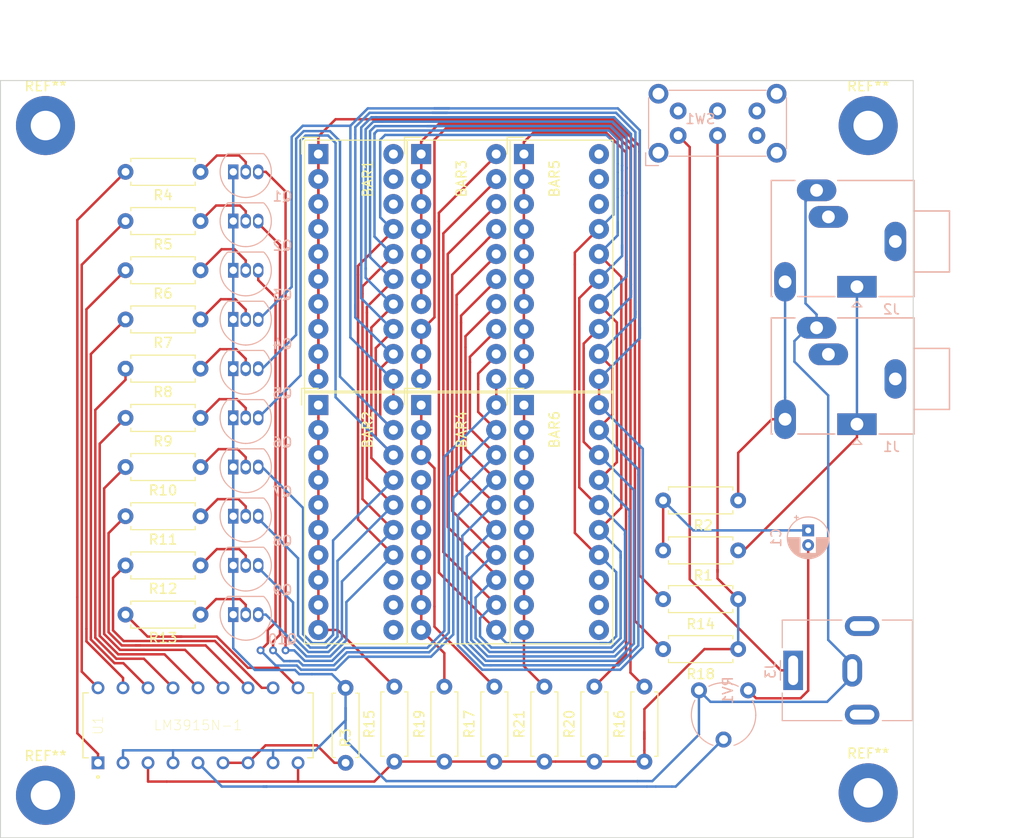
<source format=kicad_pcb>
(kicad_pcb (version 20171130) (host pcbnew "(5.1.0)-1")
  (layers (0 F.Cu signal) (31 B.Cu signal) (34 B.Paste user) (35 F.Paste user) (36 B.SilkS user) (37 F.SilkS user) (38 B.Mask user) (39 F.Mask user) (44 Edge.Cuts user))
  (net 0 "")
  (net 1 "Net-(BAR1-Pad1)")
  (net 2 "Net-(BAR1-Pad13)")
  (net 3 "Net-(BAR1-Pad14)")
  (net 4 "Net-(BAR1-Pad15)")
  (net 5 "Net-(BAR1-Pad16)")
  (net 6 "Net-(BAR1-Pad12)")
  (net 7 "Net-(BAR1-Pad11)")
  (net 8 "Net-(BAR1-Pad17)")
  (net 9 "Net-(BAR1-Pad18)")
  (net 10 "Net-(BAR1-Pad19)")
  (net 11 "Net-(BAR1-Pad20)")
  (net 12 "Net-(BAR2-Pad1)")
  (net 13 "Net-(BAR2-Pad11)")
  (net 14 "Net-(BAR2-Pad12)")
  (net 15 "Net-(BAR2-Pad13)")
  (net 16 "Net-(BAR3-Pad1)")
  (net 17 "Net-(BAR3-Pad13)")
  (net 18 "Net-(BAR3-Pad10)")
  (net 19 "Net-(BAR3-Pad12)")
  (net 20 "Net-(BAR3-Pad11)")
  (net 21 "Net-(BAR4-Pad10)")
  (net 22 "Net-(BAR4-Pad1)")
  (net 23 "Net-(BAR5-Pad1)")
  (net 24 "Net-(BAR5-Pad18)")
  (net 25 "Net-(BAR5-Pad19)")
  (net 26 "Net-(BAR5-Pad20)")
  (net 27 "Net-(BAR6-Pad1)")
  (net 28 "Net-(BAR6-Pad11)")
  (net 29 "Net-(BAR6-Pad12)")
  (net 30 "Net-(BAR6-Pad13)")
  (net 31 "Net-(C1-Pad1)")
  (net 32 "Net-(C1-Pad2)")
  (net 33 "Net-(J1-Pad1)")
  (net 34 "Net-(J1-Pad4)")
  (net 35 "Net-(J1-Pad2)")
  (net 36 "Net-(J3-Pad1)")
  (net 37 "Net-(Q1-Pad2)")
  (net 38 "Net-(Q2-Pad2)")
  (net 39 "Net-(Q3-Pad2)")
  (net 40 "Net-(Q4-Pad2)")
  (net 41 "Net-(Q5-Pad2)")
  (net 42 "Net-(Q6-Pad2)")
  (net 43 "Net-(Q7-Pad2)")
  (net 44 "Net-(Q8-Pad2)")
  (net 45 "Net-(Q9-Pad2)")
  (net 46 "Net-(Q10-Pad2)")
  (net 47 "Net-(R3-Pad1)")
  (net 48 "Net-(R4-Pad2)")
  (net 49 "Net-(R5-Pad2)")
  (net 50 "Net-(R6-Pad2)")
  (net 51 "Net-(R7-Pad2)")
  (net 52 "Net-(R8-Pad2)")
  (net 53 "Net-(R9-Pad2)")
  (net 54 "Net-(R10-Pad2)")
  (net 55 "Net-(R11-Pad2)")
  (net 56 "Net-(R12-Pad2)")
  (net 57 "Net-(R13-Pad2)")
  (net 58 "Net-(R14-Pad1)")
  (net 59 "Net-(RV1-Pad2)")
  (module Button_Switch_THT:SW_E-Switch_EG2219_DPDT_Angled (layer B.Cu) (at 161.544 51.308)
    (fp_text reference SW1 (at 2.25 -1.68) (layer B.SilkS) (effects (justify mirror)))
    (fp_text value SW_SPST)
    (pad 6 thru_hole circle (at 8 -2.5) (size 1.7 1.7) (drill 0.9) (layers *.Cu *.Mask))
    (pad 5 thru_hole circle (at 4 -2.5) (size 1.7 1.7) (drill 0.9) (layers *.Cu *.Mask))
    (pad 4 thru_hole circle (at 0 -2.5) (size 1.7 1.7) (drill 0.9) (layers *.Cu *.Mask))
    (pad 3 thru_hole circle (at 8 0) (size 1.7 1.7) (drill 0.9) (layers *.Cu *.Mask))
    (pad 2 thru_hole circle (at 4 0) (size 1.7 1.7) (drill 0.9) (layers *.Cu *.Mask) (net 58 "Net-(R14-Pad1)"))
    (pad 1 thru_hole circle (at 0 0) (size 1.7 1.7) (drill 0.9) (layers *.Cu *.Mask) (net 36 "Net-(J3-Pad1)"))
    (pad "" thru_hole circle (at -2 -4.25) (size 2 2) (drill 1.2) (layers *.Cu *.Mask))
    (pad "" thru_hole circle (at 10 -4.25) (size 2 2) (drill 1.2) (layers *.Cu *.Mask))
    (pad "" thru_hole circle (at 10 1.75) (size 2 2) (drill 1.2) (layers *.Cu *.Mask))
    (pad "" thru_hole circle (at -2 1.75) (size 2 2) (drill 1.2) (layers *.Cu *.Mask))
  )
  (module Potentiometer_THT:Potentiometer_Piher_PT-6-V_Vertical (layer B.Cu) (at 168.656 107.696 270)
    (fp_text reference RV1 (at 0 2.06 270) (layer B.SilkS) (effects (justify mirror)))
    (fp_text value 10k)
    (pad 1 thru_hole circle (at 0 0 270) (size 1.62 1.62) (drill 0.9) (layers *.Cu *.Mask) (net 32 "Net-(C1-Pad2)"))
    (pad 2 thru_hole circle (at 5 2.5 270) (size 1.62 1.62) (drill 0.9) (layers *.Cu *.Mask) (net 59 "Net-(RV1-Pad2)"))
    (pad 3 thru_hole circle (at 0 5 270) (size 1.62 1.62) (drill 0.9) (layers *.Cu *.Mask) (net 35 "Net-(J1-Pad2)"))
  )
  (module MountingHole:MountingHole_3mm_Pad (layer F.Cu) (at 180.848 118.11)
    (fp_text reference REF** (at 0 -4) (layer F.SilkS))
    (fp_text value Mount_3mm_Pad)
    (pad 1 thru_hole circle (at 0 0) (size 6 6) (drill 3) (layers *.Cu *.Mask))
  )
  (module MountingHole:MountingHole_3mm_Pad (layer F.Cu) (at 180.848 50.292)
    (fp_text reference REF** (at 0 -4) (layer F.SilkS))
    (fp_text value Mount_3mm_Pad)
    (pad 1 thru_hole circle (at 0 0) (size 6 6) (drill 3) (layers *.Cu *.Mask))
  )
  (module Resistor_THT:R_Axial_DIN0207_L6.3mm_D2.5mm_P7.62mm_Horizontal (layer F.Cu) (at 113.03 70 180)
    (fp_text reference R7 (at 3.81 -2.37 180) (layer F.SilkS))
    (fp_text value 1k)
    (pad 2 thru_hole oval (at 7.62 0 180) (size 1.6 1.6) (drill 0.8) (layers *.Cu *.Mask) (net 51 "Net-(R7-Pad2)"))
    (pad 1 thru_hole circle (at 0 0 180) (size 1.6 1.6) (drill 0.8) (layers *.Cu *.Mask) (net 40 "Net-(Q4-Pad2)"))
  )
  (module Package_TO_SOT_THT:TO-92_Inline (layer B.Cu) (at 116.35 75)
    (fp_text reference Q5 (at 5 2.5) (layer B.SilkS) (effects (justify mirror)))
    (fp_text value BC557)
    (pad 1 thru_hole rect (at 0 0) (size 1.05 1.5) (drill 0.75) (layers *.Cu *.Mask) (net 35 "Net-(J1-Pad2)"))
    (pad 3 thru_hole oval (at 2.54 0) (size 1.05 1.5) (drill 0.75) (layers *.Cu *.Mask) (net 6 "Net-(BAR1-Pad12)"))
    (pad 2 thru_hole oval (at 1.27 0) (size 1.05 1.5) (drill 0.75) (layers *.Cu *.Mask) (net 41 "Net-(Q5-Pad2)"))
  )
  (module MountingHole:MountingHole_3mm_Pad (layer F.Cu) (at 97.282 118.364)
    (fp_text reference REF** (at 0 -4) (layer F.SilkS))
    (fp_text value MountingHole_3mm_Pad)
    (pad 1 thru_hole circle (at 0 0) (size 6 6) (drill 3) (layers *.Cu *.Mask))
  )
  (module MountingHole:MountingHole_3mm_Pad (layer F.Cu) (at 97.282 50.292)
    (fp_text reference REF** (at 0 -4) (layer F.SilkS))
    (fp_text value Mount_3mm_Pad)
    (pad 1 thru_hole circle (at 0 0) (size 6 6) (drill 3) (layers *.Cu *.Mask))
  )
  (module Display:HLCP-J100 (layer F.Cu) (at 135.44 78.7)
    (fp_text reference BAR4 (at 4.1 2.5 90) (layer F.SilkS))
    (fp_text value LED_BAR)
    (pad 20 thru_hole circle (at 7.62 0 270) (size 2.032 2.032) (drill 0.9144) (layers *.Cu *.Mask) (net 20 "Net-(BAR3-Pad11)"))
    (pad 19 thru_hole circle (at 7.62 2.54 270) (size 2.032 2.032) (drill 0.9144) (layers *.Cu *.Mask) (net 19 "Net-(BAR3-Pad12)"))
    (pad 18 thru_hole circle (at 7.62 5.08 270) (size 2.032 2.032) (drill 0.9144) (layers *.Cu *.Mask) (net 17 "Net-(BAR3-Pad13)"))
    (pad 17 thru_hole circle (at 7.62 7.62 270) (size 2.032 2.032) (drill 0.9144) (layers *.Cu *.Mask) (net 7 "Net-(BAR1-Pad11)"))
    (pad 9 thru_hole circle (at 0 20.32 270) (size 2.032 2.032) (drill 0.9144) (layers *.Cu *.Mask) (net 21 "Net-(BAR4-Pad10)"))
    (pad 10 thru_hole circle (at 0 22.86 270) (size 2.032 2.032) (drill 0.9144) (layers *.Cu *.Mask) (net 21 "Net-(BAR4-Pad10)"))
    (pad 11 thru_hole circle (at 7.62 22.86 270) (size 2.032 2.032) (drill 0.9144) (layers *.Cu *.Mask) (net 8 "Net-(BAR1-Pad17)"))
    (pad 12 thru_hole circle (at 7.62 20.32 270) (size 2.032 2.032) (drill 0.9144) (layers *.Cu *.Mask) (net 5 "Net-(BAR1-Pad16)"))
    (pad 8 thru_hole circle (at 0 17.78 270) (size 2.032 2.032) (drill 0.9144) (layers *.Cu *.Mask) (net 21 "Net-(BAR4-Pad10)"))
    (pad 7 thru_hole circle (at 0 15.24 270) (size 2.032 2.032) (drill 0.9144) (layers *.Cu *.Mask) (net 21 "Net-(BAR4-Pad10)"))
    (pad 6 thru_hole circle (at 0 12.7 270) (size 2.032 2.032) (drill 0.9144) (layers *.Cu *.Mask) (net 21 "Net-(BAR4-Pad10)"))
    (pad 5 thru_hole circle (at 0 10.16 270) (size 2.032 2.032) (drill 0.9144) (layers *.Cu *.Mask) (net 21 "Net-(BAR4-Pad10)"))
    (pad 16 thru_hole circle (at 7.62 10.16 270) (size 2.032 2.032) (drill 0.9144) (layers *.Cu *.Mask) (net 6 "Net-(BAR1-Pad12)"))
    (pad 15 thru_hole circle (at 7.62 12.7 270) (size 2.032 2.032) (drill 0.9144) (layers *.Cu *.Mask) (net 2 "Net-(BAR1-Pad13)"))
    (pad 14 thru_hole circle (at 7.62 15.24 270) (size 2.032 2.032) (drill 0.9144) (layers *.Cu *.Mask) (net 3 "Net-(BAR1-Pad14)"))
    (pad 13 thru_hole circle (at 7.62 17.78 270) (size 2.032 2.032) (drill 0.9144) (layers *.Cu *.Mask) (net 4 "Net-(BAR1-Pad15)"))
    (pad 4 thru_hole circle (at 0 7.62 270) (size 2.032 2.032) (drill 0.9144) (layers *.Cu *.Mask) (net 21 "Net-(BAR4-Pad10)"))
    (pad 3 thru_hole circle (at 0 5.08 270) (size 2.032 2.032) (drill 0.9144) (layers *.Cu *.Mask) (net 22 "Net-(BAR4-Pad1)"))
    (pad 2 thru_hole circle (at 0 2.54 270) (size 2.032 2.032) (drill 0.9144) (layers *.Cu *.Mask) (net 22 "Net-(BAR4-Pad1)"))
    (pad 1 thru_hole rect (at 0 0 270) (size 2.032 2.032) (drill 0.9144) (layers *.Cu *.Mask) (net 22 "Net-(BAR4-Pad1)"))
  )
  (module Resistor_THT:R_Axial_DIN0207_L6.3mm_D2.5mm_P7.62mm_Horizontal (layer F.Cu) (at 132.715 107.315 270)
    (fp_text reference R15 (at 3.81 2.54 270) (layer F.SilkS))
    (fp_text value 180R)
    (pad 1 thru_hole circle (at 0 0 270) (size 1.6 1.6) (drill 0.8) (layers *.Cu *.Mask) (net 12 "Net-(BAR2-Pad1)"))
    (pad 2 thru_hole oval (at 7.62 0 270) (size 1.6 1.6) (drill 0.8) (layers *.Cu *.Mask) (net 58 "Net-(R14-Pad1)"))
  )
  (module Display:HLCP-J100 (layer F.Cu) (at 125 53.19)
    (fp_text reference BAR1 (at 5 2.5 90) (layer F.SilkS))
    (fp_text value LED_BAR)
    (pad 1 thru_hole rect (at 0 0 270) (size 2.032 2.032) (drill 0.9144) (layers *.Cu *.Mask) (net 1 "Net-(BAR1-Pad1)"))
    (pad 2 thru_hole circle (at 0 2.54 270) (size 2.032 2.032) (drill 0.9144) (layers *.Cu *.Mask) (net 1 "Net-(BAR1-Pad1)"))
    (pad 3 thru_hole circle (at 0 5.08 270) (size 2.032 2.032) (drill 0.9144) (layers *.Cu *.Mask) (net 1 "Net-(BAR1-Pad1)"))
    (pad 4 thru_hole circle (at 0 7.62 270) (size 2.032 2.032) (drill 0.9144) (layers *.Cu *.Mask) (net 1 "Net-(BAR1-Pad1)"))
    (pad 13 thru_hole circle (at 7.62 17.78 270) (size 2.032 2.032) (drill 0.9144) (layers *.Cu *.Mask) (net 2 "Net-(BAR1-Pad13)"))
    (pad 14 thru_hole circle (at 7.62 15.24 270) (size 2.032 2.032) (drill 0.9144) (layers *.Cu *.Mask) (net 3 "Net-(BAR1-Pad14)"))
    (pad 15 thru_hole circle (at 7.62 12.7 270) (size 2.032 2.032) (drill 0.9144) (layers *.Cu *.Mask) (net 4 "Net-(BAR1-Pad15)"))
    (pad 16 thru_hole circle (at 7.62 10.16 270) (size 2.032 2.032) (drill 0.9144) (layers *.Cu *.Mask) (net 5 "Net-(BAR1-Pad16)"))
    (pad 5 thru_hole circle (at 0 10.16 270) (size 2.032 2.032) (drill 0.9144) (layers *.Cu *.Mask) (net 1 "Net-(BAR1-Pad1)"))
    (pad 6 thru_hole circle (at 0 12.7 270) (size 2.032 2.032) (drill 0.9144) (layers *.Cu *.Mask) (net 1 "Net-(BAR1-Pad1)"))
    (pad 7 thru_hole circle (at 0 15.24 270) (size 2.032 2.032) (drill 0.9144) (layers *.Cu *.Mask) (net 1 "Net-(BAR1-Pad1)"))
    (pad 8 thru_hole circle (at 0 17.78 270) (size 2.032 2.032) (drill 0.9144) (layers *.Cu *.Mask) (net 1 "Net-(BAR1-Pad1)"))
    (pad 12 thru_hole circle (at 7.62 20.32 270) (size 2.032 2.032) (drill 0.9144) (layers *.Cu *.Mask) (net 6 "Net-(BAR1-Pad12)"))
    (pad 11 thru_hole circle (at 7.62 22.86 270) (size 2.032 2.032) (drill 0.9144) (layers *.Cu *.Mask) (net 7 "Net-(BAR1-Pad11)"))
    (pad 10 thru_hole circle (at 0 22.86 270) (size 2.032 2.032) (drill 0.9144) (layers *.Cu *.Mask) (net 1 "Net-(BAR1-Pad1)"))
    (pad 9 thru_hole circle (at 0 20.32 270) (size 2.032 2.032) (drill 0.9144) (layers *.Cu *.Mask) (net 1 "Net-(BAR1-Pad1)"))
    (pad 17 thru_hole circle (at 7.62 7.62 270) (size 2.032 2.032) (drill 0.9144) (layers *.Cu *.Mask) (net 8 "Net-(BAR1-Pad17)"))
    (pad 18 thru_hole circle (at 7.62 5.08 270) (size 2.032 2.032) (drill 0.9144) (layers *.Cu *.Mask) (net 9 "Net-(BAR1-Pad18)"))
    (pad 19 thru_hole circle (at 7.62 2.54 270) (size 2.032 2.032) (drill 0.9144) (layers *.Cu *.Mask) (net 10 "Net-(BAR1-Pad19)"))
    (pad 20 thru_hole circle (at 7.62 0 270) (size 2.032 2.032) (drill 0.9144) (layers *.Cu *.Mask) (net 11 "Net-(BAR1-Pad20)"))
  )
  (module Display:HLCP-J100 (layer F.Cu) (at 135.44 53.19)
    (fp_text reference BAR3 (at 4.1 2.5 90) (layer F.SilkS))
    (fp_text value LED_BAR)
    (pad 1 thru_hole rect (at 0 0 270) (size 2.032 2.032) (drill 0.9144) (layers *.Cu *.Mask) (net 16 "Net-(BAR3-Pad1)"))
    (pad 2 thru_hole circle (at 0 2.54 270) (size 2.032 2.032) (drill 0.9144) (layers *.Cu *.Mask) (net 16 "Net-(BAR3-Pad1)"))
    (pad 3 thru_hole circle (at 0 5.08 270) (size 2.032 2.032) (drill 0.9144) (layers *.Cu *.Mask) (net 16 "Net-(BAR3-Pad1)"))
    (pad 4 thru_hole circle (at 0 7.62 270) (size 2.032 2.032) (drill 0.9144) (layers *.Cu *.Mask) (net 16 "Net-(BAR3-Pad1)"))
    (pad 13 thru_hole circle (at 7.62 17.78 270) (size 2.032 2.032) (drill 0.9144) (layers *.Cu *.Mask) (net 17 "Net-(BAR3-Pad13)"))
    (pad 14 thru_hole circle (at 7.62 15.24 270) (size 2.032 2.032) (drill 0.9144) (layers *.Cu *.Mask) (net 7 "Net-(BAR1-Pad11)"))
    (pad 15 thru_hole circle (at 7.62 12.7 270) (size 2.032 2.032) (drill 0.9144) (layers *.Cu *.Mask) (net 6 "Net-(BAR1-Pad12)"))
    (pad 16 thru_hole circle (at 7.62 10.16 270) (size 2.032 2.032) (drill 0.9144) (layers *.Cu *.Mask) (net 2 "Net-(BAR1-Pad13)"))
    (pad 5 thru_hole circle (at 0 10.16 270) (size 2.032 2.032) (drill 0.9144) (layers *.Cu *.Mask) (net 16 "Net-(BAR3-Pad1)"))
    (pad 6 thru_hole circle (at 0 12.7 270) (size 2.032 2.032) (drill 0.9144) (layers *.Cu *.Mask) (net 16 "Net-(BAR3-Pad1)"))
    (pad 7 thru_hole circle (at 0 15.24 270) (size 2.032 2.032) (drill 0.9144) (layers *.Cu *.Mask) (net 16 "Net-(BAR3-Pad1)"))
    (pad 8 thru_hole circle (at 0 17.78 270) (size 2.032 2.032) (drill 0.9144) (layers *.Cu *.Mask) (net 18 "Net-(BAR3-Pad10)"))
    (pad 12 thru_hole circle (at 7.62 20.32 270) (size 2.032 2.032) (drill 0.9144) (layers *.Cu *.Mask) (net 19 "Net-(BAR3-Pad12)"))
    (pad 11 thru_hole circle (at 7.62 22.86 270) (size 2.032 2.032) (drill 0.9144) (layers *.Cu *.Mask) (net 20 "Net-(BAR3-Pad11)"))
    (pad 10 thru_hole circle (at 0 22.86 270) (size 2.032 2.032) (drill 0.9144) (layers *.Cu *.Mask) (net 18 "Net-(BAR3-Pad10)"))
    (pad 9 thru_hole circle (at 0 20.32 270) (size 2.032 2.032) (drill 0.9144) (layers *.Cu *.Mask) (net 18 "Net-(BAR3-Pad10)"))
    (pad 17 thru_hole circle (at 7.62 7.62 270) (size 2.032 2.032) (drill 0.9144) (layers *.Cu *.Mask) (net 3 "Net-(BAR1-Pad14)"))
    (pad 18 thru_hole circle (at 7.62 5.08 270) (size 2.032 2.032) (drill 0.9144) (layers *.Cu *.Mask) (net 4 "Net-(BAR1-Pad15)"))
    (pad 19 thru_hole circle (at 7.62 2.54 270) (size 2.032 2.032) (drill 0.9144) (layers *.Cu *.Mask) (net 5 "Net-(BAR1-Pad16)"))
    (pad 20 thru_hole circle (at 7.62 0 270) (size 2.032 2.032) (drill 0.9144) (layers *.Cu *.Mask) (net 8 "Net-(BAR1-Pad17)"))
  )
  (module Package_TO_SOT_THT:TO-92_Inline (layer B.Cu) (at 116.35 80)
    (fp_text reference Q6 (at 5 2.5) (layer B.SilkS) (effects (justify mirror)))
    (fp_text value BC557)
    (pad 2 thru_hole oval (at 1.27 0) (size 1.05 1.5) (drill 0.75) (layers *.Cu *.Mask) (net 42 "Net-(Q6-Pad2)"))
    (pad 3 thru_hole oval (at 2.54 0) (size 1.05 1.5) (drill 0.75) (layers *.Cu *.Mask) (net 2 "Net-(BAR1-Pad13)"))
    (pad 1 thru_hole rect (at 0 0) (size 1.05 1.5) (drill 0.75) (layers *.Cu *.Mask) (net 35 "Net-(J1-Pad2)"))
  )
  (module Display:HLCP-J100 (layer F.Cu) (at 125 78.7)
    (fp_text reference BAR2 (at 5 2.5 90) (layer F.SilkS))
    (fp_text value LED_BAR)
    (pad 20 thru_hole circle (at 7.62 0 270) (size 2.032 2.032) (drill 0.9144) (layers *.Cu *.Mask) (net 7 "Net-(BAR1-Pad11)"))
    (pad 19 thru_hole circle (at 7.62 2.54 270) (size 2.032 2.032) (drill 0.9144) (layers *.Cu *.Mask) (net 6 "Net-(BAR1-Pad12)"))
    (pad 18 thru_hole circle (at 7.62 5.08 270) (size 2.032 2.032) (drill 0.9144) (layers *.Cu *.Mask) (net 2 "Net-(BAR1-Pad13)"))
    (pad 17 thru_hole circle (at 7.62 7.62 270) (size 2.032 2.032) (drill 0.9144) (layers *.Cu *.Mask) (net 3 "Net-(BAR1-Pad14)"))
    (pad 9 thru_hole circle (at 0 20.32 270) (size 2.032 2.032) (drill 0.9144) (layers *.Cu *.Mask) (net 12 "Net-(BAR2-Pad1)"))
    (pad 10 thru_hole circle (at 0 22.86 270) (size 2.032 2.032) (drill 0.9144) (layers *.Cu *.Mask) (net 12 "Net-(BAR2-Pad1)"))
    (pad 11 thru_hole circle (at 7.62 22.86 270) (size 2.032 2.032) (drill 0.9144) (layers *.Cu *.Mask) (net 13 "Net-(BAR2-Pad11)"))
    (pad 12 thru_hole circle (at 7.62 20.32 270) (size 2.032 2.032) (drill 0.9144) (layers *.Cu *.Mask) (net 14 "Net-(BAR2-Pad12)"))
    (pad 8 thru_hole circle (at 0 17.78 270) (size 2.032 2.032) (drill 0.9144) (layers *.Cu *.Mask) (net 12 "Net-(BAR2-Pad1)"))
    (pad 7 thru_hole circle (at 0 15.24 270) (size 2.032 2.032) (drill 0.9144) (layers *.Cu *.Mask) (net 12 "Net-(BAR2-Pad1)"))
    (pad 6 thru_hole circle (at 0 12.7 270) (size 2.032 2.032) (drill 0.9144) (layers *.Cu *.Mask) (net 12 "Net-(BAR2-Pad1)"))
    (pad 5 thru_hole circle (at 0 10.16 270) (size 2.032 2.032) (drill 0.9144) (layers *.Cu *.Mask) (net 12 "Net-(BAR2-Pad1)"))
    (pad 16 thru_hole circle (at 7.62 10.16 270) (size 2.032 2.032) (drill 0.9144) (layers *.Cu *.Mask) (net 4 "Net-(BAR1-Pad15)"))
    (pad 15 thru_hole circle (at 7.62 12.7 270) (size 2.032 2.032) (drill 0.9144) (layers *.Cu *.Mask) (net 5 "Net-(BAR1-Pad16)"))
    (pad 14 thru_hole circle (at 7.62 15.24 270) (size 2.032 2.032) (drill 0.9144) (layers *.Cu *.Mask) (net 8 "Net-(BAR1-Pad17)"))
    (pad 13 thru_hole circle (at 7.62 17.78 270) (size 2.032 2.032) (drill 0.9144) (layers *.Cu *.Mask) (net 15 "Net-(BAR2-Pad13)"))
    (pad 4 thru_hole circle (at 0 7.62 270) (size 2.032 2.032) (drill 0.9144) (layers *.Cu *.Mask) (net 12 "Net-(BAR2-Pad1)"))
    (pad 3 thru_hole circle (at 0 5.08 270) (size 2.032 2.032) (drill 0.9144) (layers *.Cu *.Mask) (net 12 "Net-(BAR2-Pad1)"))
    (pad 2 thru_hole circle (at 0 2.54 270) (size 2.032 2.032) (drill 0.9144) (layers *.Cu *.Mask) (net 12 "Net-(BAR2-Pad1)"))
    (pad 1 thru_hole rect (at 0 0 270) (size 2.032 2.032) (drill 0.9144) (layers *.Cu *.Mask) (net 12 "Net-(BAR2-Pad1)"))
  )
  (module Display:HLCP-J100 (layer F.Cu) (at 145.88 53.19)
    (fp_text reference BAR5 (at 3.1 2.5 90) (layer F.SilkS))
    (fp_text value LED_BAR)
    (pad 1 thru_hole rect (at 0 0 270) (size 2.032 2.032) (drill 0.9144) (layers *.Cu *.Mask) (net 23 "Net-(BAR5-Pad1)"))
    (pad 2 thru_hole circle (at 0 2.54 270) (size 2.032 2.032) (drill 0.9144) (layers *.Cu *.Mask) (net 23 "Net-(BAR5-Pad1)"))
    (pad 3 thru_hole circle (at 0 5.08 270) (size 2.032 2.032) (drill 0.9144) (layers *.Cu *.Mask) (net 23 "Net-(BAR5-Pad1)"))
    (pad 4 thru_hole circle (at 0 7.62 270) (size 2.032 2.032) (drill 0.9144) (layers *.Cu *.Mask) (net 23 "Net-(BAR5-Pad1)"))
    (pad 13 thru_hole circle (at 7.62 17.78 270) (size 2.032 2.032) (drill 0.9144) (layers *.Cu *.Mask) (net 2 "Net-(BAR1-Pad13)"))
    (pad 14 thru_hole circle (at 7.62 15.24 270) (size 2.032 2.032) (drill 0.9144) (layers *.Cu *.Mask) (net 3 "Net-(BAR1-Pad14)"))
    (pad 15 thru_hole circle (at 7.62 12.7 270) (size 2.032 2.032) (drill 0.9144) (layers *.Cu *.Mask) (net 4 "Net-(BAR1-Pad15)"))
    (pad 16 thru_hole circle (at 7.62 10.16 270) (size 2.032 2.032) (drill 0.9144) (layers *.Cu *.Mask) (net 5 "Net-(BAR1-Pad16)"))
    (pad 5 thru_hole circle (at 0 10.16 270) (size 2.032 2.032) (drill 0.9144) (layers *.Cu *.Mask) (net 23 "Net-(BAR5-Pad1)"))
    (pad 6 thru_hole circle (at 0 12.7 270) (size 2.032 2.032) (drill 0.9144) (layers *.Cu *.Mask) (net 23 "Net-(BAR5-Pad1)"))
    (pad 7 thru_hole circle (at 0 15.24 270) (size 2.032 2.032) (drill 0.9144) (layers *.Cu *.Mask) (net 23 "Net-(BAR5-Pad1)"))
    (pad 8 thru_hole circle (at 0 17.78 270) (size 2.032 2.032) (drill 0.9144) (layers *.Cu *.Mask) (net 23 "Net-(BAR5-Pad1)"))
    (pad 12 thru_hole circle (at 7.62 20.32 270) (size 2.032 2.032) (drill 0.9144) (layers *.Cu *.Mask) (net 6 "Net-(BAR1-Pad12)"))
    (pad 11 thru_hole circle (at 7.62 22.86 270) (size 2.032 2.032) (drill 0.9144) (layers *.Cu *.Mask) (net 7 "Net-(BAR1-Pad11)"))
    (pad 10 thru_hole circle (at 0 22.86 270) (size 2.032 2.032) (drill 0.9144) (layers *.Cu *.Mask) (net 23 "Net-(BAR5-Pad1)"))
    (pad 9 thru_hole circle (at 0 20.32 270) (size 2.032 2.032) (drill 0.9144) (layers *.Cu *.Mask) (net 23 "Net-(BAR5-Pad1)"))
    (pad 17 thru_hole circle (at 7.62 7.62 270) (size 2.032 2.032) (drill 0.9144) (layers *.Cu *.Mask) (net 8 "Net-(BAR1-Pad17)"))
    (pad 18 thru_hole circle (at 7.62 5.08 270) (size 2.032 2.032) (drill 0.9144) (layers *.Cu *.Mask) (net 24 "Net-(BAR5-Pad18)"))
    (pad 19 thru_hole circle (at 7.62 2.54 270) (size 2.032 2.032) (drill 0.9144) (layers *.Cu *.Mask) (net 25 "Net-(BAR5-Pad19)"))
    (pad 20 thru_hole circle (at 7.62 0 270) (size 2.032 2.032) (drill 0.9144) (layers *.Cu *.Mask) (net 26 "Net-(BAR5-Pad20)"))
  )
  (module Display:HLCP-J100 (layer F.Cu) (at 145.88 78.7)
    (fp_text reference BAR6 (at 3.1 2.5 90) (layer F.SilkS))
    (fp_text value LED_BAR)
    (pad 20 thru_hole circle (at 7.62 0 270) (size 2.032 2.032) (drill 0.9144) (layers *.Cu *.Mask) (net 7 "Net-(BAR1-Pad11)"))
    (pad 19 thru_hole circle (at 7.62 2.54 270) (size 2.032 2.032) (drill 0.9144) (layers *.Cu *.Mask) (net 6 "Net-(BAR1-Pad12)"))
    (pad 18 thru_hole circle (at 7.62 5.08 270) (size 2.032 2.032) (drill 0.9144) (layers *.Cu *.Mask) (net 2 "Net-(BAR1-Pad13)"))
    (pad 17 thru_hole circle (at 7.62 7.62 270) (size 2.032 2.032) (drill 0.9144) (layers *.Cu *.Mask) (net 3 "Net-(BAR1-Pad14)"))
    (pad 9 thru_hole circle (at 0 20.32 270) (size 2.032 2.032) (drill 0.9144) (layers *.Cu *.Mask) (net 27 "Net-(BAR6-Pad1)"))
    (pad 10 thru_hole circle (at 0 22.86 270) (size 2.032 2.032) (drill 0.9144) (layers *.Cu *.Mask) (net 27 "Net-(BAR6-Pad1)"))
    (pad 11 thru_hole circle (at 7.62 22.86 270) (size 2.032 2.032) (drill 0.9144) (layers *.Cu *.Mask) (net 28 "Net-(BAR6-Pad11)"))
    (pad 12 thru_hole circle (at 7.62 20.32 270) (size 2.032 2.032) (drill 0.9144) (layers *.Cu *.Mask) (net 29 "Net-(BAR6-Pad12)"))
    (pad 8 thru_hole circle (at 0 17.78 270) (size 2.032 2.032) (drill 0.9144) (layers *.Cu *.Mask) (net 27 "Net-(BAR6-Pad1)"))
    (pad 7 thru_hole circle (at 0 15.24 270) (size 2.032 2.032) (drill 0.9144) (layers *.Cu *.Mask) (net 27 "Net-(BAR6-Pad1)"))
    (pad 6 thru_hole circle (at 0 12.7 270) (size 2.032 2.032) (drill 0.9144) (layers *.Cu *.Mask) (net 27 "Net-(BAR6-Pad1)"))
    (pad 5 thru_hole circle (at 0 10.16 270) (size 2.032 2.032) (drill 0.9144) (layers *.Cu *.Mask) (net 27 "Net-(BAR6-Pad1)"))
    (pad 16 thru_hole circle (at 7.62 10.16 270) (size 2.032 2.032) (drill 0.9144) (layers *.Cu *.Mask) (net 4 "Net-(BAR1-Pad15)"))
    (pad 15 thru_hole circle (at 7.62 12.7 270) (size 2.032 2.032) (drill 0.9144) (layers *.Cu *.Mask) (net 5 "Net-(BAR1-Pad16)"))
    (pad 14 thru_hole circle (at 7.62 15.24 270) (size 2.032 2.032) (drill 0.9144) (layers *.Cu *.Mask) (net 8 "Net-(BAR1-Pad17)"))
    (pad 13 thru_hole circle (at 7.62 17.78 270) (size 2.032 2.032) (drill 0.9144) (layers *.Cu *.Mask) (net 30 "Net-(BAR6-Pad13)"))
    (pad 4 thru_hole circle (at 0 7.62 270) (size 2.032 2.032) (drill 0.9144) (layers *.Cu *.Mask) (net 27 "Net-(BAR6-Pad1)"))
    (pad 3 thru_hole circle (at 0 5.08 270) (size 2.032 2.032) (drill 0.9144) (layers *.Cu *.Mask) (net 27 "Net-(BAR6-Pad1)"))
    (pad 2 thru_hole circle (at 0 2.54 270) (size 2.032 2.032) (drill 0.9144) (layers *.Cu *.Mask) (net 27 "Net-(BAR6-Pad1)"))
    (pad 1 thru_hole rect (at 0 0 270) (size 2.032 2.032) (drill 0.9144) (layers *.Cu *.Mask) (net 27 "Net-(BAR6-Pad1)"))
  )
  (module Capacitor_THT:CP_Radial_D4.0mm_P1.50mm (layer B.Cu) (at 174.752 91.44 270)
    (fp_text reference C1 (at 0.75 3.25 270) (layer B.SilkS) (effects (justify mirror)))
    (fp_text value 1uF)
    (pad 1 thru_hole rect (at 0 0 270) (size 1.2 1.2) (drill 0.6) (layers *.Cu *.Mask) (net 31 "Net-(C1-Pad1)"))
    (pad 2 thru_hole circle (at 1.5 0 270) (size 1.2 1.2) (drill 0.6) (layers *.Cu *.Mask) (net 32 "Net-(C1-Pad2)"))
  )
  (module Connector_Audio:StereoJack_3.5mm_Switch_Ledino_KB3SPRS_Horizontal (layer B.Cu) (at 179.705 80.645 180)
    (fp_text reference J1 (at -3.5 -2.3 180) (layer B.SilkS) (effects (justify mirror)))
    (fp_text value "Audio In")
    (pad 1 thru_hole rect (at 0 0 180) (size 4 2.2) (drill 1.3) (layers *.Cu *.Mask) (net 33 "Net-(J1-Pad1)"))
    (pad 4 thru_hole oval (at 7.3 0.5 90) (size 4 2.2) (drill 1.3) (layers *.Cu *.Mask) (net 34 "Net-(J1-Pad4)"))
    (pad 5 thru_hole oval (at 2.9 7.1 180) (size 4 2.2) (drill 1.3) (layers *.Cu *.Mask))
    (pad 2 thru_hole oval (at 4.1 9.8 180) (size 4 2.2) (drill 1.3) (layers *.Cu *.Mask) (net 35 "Net-(J1-Pad2)"))
    (pad 3 thru_hole oval (at -3.9 4.6 180) (size 2.2 4) (drill 1.3) (layers *.Cu *.Mask))
  )
  (module Connector_Audio:StereoJack_3.5mm_Switch_Ledino_KB3SPRS_Horizontal (layer B.Cu) (at 179.705 66.675 180)
    (fp_text reference J2 (at -3.5 -2.3 180) (layer B.SilkS) (effects (justify mirror)))
    (fp_text value "Audio Out")
    (pad 3 thru_hole oval (at -3.9 4.6 180) (size 2.2 4) (drill 1.3) (layers *.Cu *.Mask))
    (pad 2 thru_hole oval (at 4.1 9.8 180) (size 4 2.2) (drill 1.3) (layers *.Cu *.Mask) (net 35 "Net-(J1-Pad2)"))
    (pad 5 thru_hole oval (at 2.9 7.1 180) (size 4 2.2) (drill 1.3) (layers *.Cu *.Mask))
    (pad 4 thru_hole oval (at 7.3 0.5 90) (size 4 2.2) (drill 1.3) (layers *.Cu *.Mask) (net 34 "Net-(J1-Pad4)"))
    (pad 1 thru_hole rect (at 0 0 180) (size 4 2.2) (drill 1.3) (layers *.Cu *.Mask) (net 33 "Net-(J1-Pad1)"))
  )
  (module Connector_BarrelJack:BarrelJack_CUI_PJ-063AH_Horizontal (layer B.Cu) (at 173.228 105.664 270)
    (fp_text reference J3 (at 0 2.3 270) (layer B.SilkS) (effects (justify mirror)))
    (fp_text value "Power IN")
    (pad 1 thru_hole rect (at 0 0 270) (size 4 2) (drill oval 3 1) (layers *.Cu *.Mask) (net 36 "Net-(J3-Pad1)"))
    (pad 2 thru_hole oval (at 0 -6 270) (size 3.3 2) (drill oval 2.3 1) (layers *.Cu *.Mask) (net 35 "Net-(J1-Pad2)"))
    (pad MP thru_hole oval (at -4.5 -7 270) (size 2 3.5) (drill oval 1 2.5) (layers *.Cu *.Mask))
    (pad MP thru_hole oval (at 4.5 -7 270) (size 2 3.5) (drill oval 1 2.5) (layers *.Cu *.Mask))
    (pad "" np_thru_hole circle (at 0 -9 270) (size 1.6 1.6) (drill 1.6) (layers *.Cu *.Mask))
  )
  (module Package_TO_SOT_THT:TO-92_Inline (layer B.Cu) (at 116.35 55)
    (fp_text reference Q1 (at 5 2.5) (layer B.SilkS) (effects (justify mirror)))
    (fp_text value BC557)
    (pad 1 thru_hole rect (at 0 0) (size 1.05 1.5) (drill 0.75) (layers *.Cu *.Mask) (net 35 "Net-(J1-Pad2)"))
    (pad 3 thru_hole oval (at 2.54 0) (size 1.05 1.5) (drill 0.75) (layers *.Cu *.Mask) (net 20 "Net-(BAR3-Pad11)"))
    (pad 2 thru_hole oval (at 1.27 0) (size 1.05 1.5) (drill 0.75) (layers *.Cu *.Mask) (net 37 "Net-(Q1-Pad2)"))
  )
  (module Package_TO_SOT_THT:TO-92_Inline (layer B.Cu) (at 116.35 60)
    (fp_text reference Q2 (at 5 2.5) (layer B.SilkS) (effects (justify mirror)))
    (fp_text value BC557)
    (pad 2 thru_hole oval (at 1.27 0) (size 1.05 1.5) (drill 0.75) (layers *.Cu *.Mask) (net 38 "Net-(Q2-Pad2)"))
    (pad 3 thru_hole oval (at 2.54 0) (size 1.05 1.5) (drill 0.75) (layers *.Cu *.Mask) (net 19 "Net-(BAR3-Pad12)"))
    (pad 1 thru_hole rect (at 0 0) (size 1.05 1.5) (drill 0.75) (layers *.Cu *.Mask) (net 35 "Net-(J1-Pad2)"))
  )
  (module Package_TO_SOT_THT:TO-92_Inline (layer B.Cu) (at 116.35 65)
    (fp_text reference Q3 (at 5 2.5) (layer B.SilkS) (effects (justify mirror)))
    (fp_text value BC557)
    (pad 1 thru_hole rect (at 0 0) (size 1.05 1.5) (drill 0.75) (layers *.Cu *.Mask) (net 35 "Net-(J1-Pad2)"))
    (pad 3 thru_hole oval (at 2.54 0) (size 1.05 1.5) (drill 0.75) (layers *.Cu *.Mask) (net 17 "Net-(BAR3-Pad13)"))
    (pad 2 thru_hole oval (at 1.27 0) (size 1.05 1.5) (drill 0.75) (layers *.Cu *.Mask) (net 39 "Net-(Q3-Pad2)"))
  )
  (module Package_TO_SOT_THT:TO-92_Inline (layer B.Cu) (at 116.35 70)
    (fp_text reference Q4 (at 5 2.5) (layer B.SilkS) (effects (justify mirror)))
    (fp_text value BC557)
    (pad 2 thru_hole oval (at 1.27 0) (size 1.05 1.5) (drill 0.75) (layers *.Cu *.Mask) (net 40 "Net-(Q4-Pad2)"))
    (pad 3 thru_hole oval (at 2.54 0) (size 1.05 1.5) (drill 0.75) (layers *.Cu *.Mask) (net 7 "Net-(BAR1-Pad11)"))
    (pad 1 thru_hole rect (at 0 0) (size 1.05 1.5) (drill 0.75) (layers *.Cu *.Mask) (net 35 "Net-(J1-Pad2)"))
  )
  (module Package_TO_SOT_THT:TO-92_Inline (layer B.Cu) (at 116.35 85)
    (fp_text reference Q7 (at 5 2.5) (layer B.SilkS) (effects (justify mirror)))
    (fp_text value BC557)
    (pad 1 thru_hole rect (at 0 0) (size 1.05 1.5) (drill 0.75) (layers *.Cu *.Mask) (net 35 "Net-(J1-Pad2)"))
    (pad 3 thru_hole oval (at 2.54 0) (size 1.05 1.5) (drill 0.75) (layers *.Cu *.Mask) (net 3 "Net-(BAR1-Pad14)"))
    (pad 2 thru_hole oval (at 1.27 0) (size 1.05 1.5) (drill 0.75) (layers *.Cu *.Mask) (net 43 "Net-(Q7-Pad2)"))
  )
  (module Package_TO_SOT_THT:TO-92_Inline (layer B.Cu) (at 116.35 90)
    (fp_text reference Q8 (at 5 2.5) (layer B.SilkS) (effects (justify mirror)))
    (fp_text value BC557)
    (pad 2 thru_hole oval (at 1.27 0) (size 1.05 1.5) (drill 0.75) (layers *.Cu *.Mask) (net 44 "Net-(Q8-Pad2)"))
    (pad 3 thru_hole oval (at 2.54 0) (size 1.05 1.5) (drill 0.75) (layers *.Cu *.Mask) (net 4 "Net-(BAR1-Pad15)"))
    (pad 1 thru_hole rect (at 0 0) (size 1.05 1.5) (drill 0.75) (layers *.Cu *.Mask) (net 35 "Net-(J1-Pad2)"))
  )
  (module Package_TO_SOT_THT:TO-92_Inline (layer B.Cu) (at 116.35 95)
    (fp_text reference Q9 (at 5 2.5) (layer B.SilkS) (effects (justify mirror)))
    (fp_text value BC557)
    (pad 1 thru_hole rect (at 0 0) (size 1.05 1.5) (drill 0.75) (layers *.Cu *.Mask) (net 35 "Net-(J1-Pad2)"))
    (pad 3 thru_hole oval (at 2.54 0) (size 1.05 1.5) (drill 0.75) (layers *.Cu *.Mask) (net 5 "Net-(BAR1-Pad16)"))
    (pad 2 thru_hole oval (at 1.27 0) (size 1.05 1.5) (drill 0.75) (layers *.Cu *.Mask) (net 45 "Net-(Q9-Pad2)"))
  )
  (module Package_TO_SOT_THT:TO-92_Inline (layer B.Cu) (at 116.35 100)
    (fp_text reference Q10 (at 5 2.5) (layer B.SilkS) (effects (justify mirror)))
    (fp_text value BC557)
    (pad 2 thru_hole oval (at 1.27 0) (size 1.05 1.5) (drill 0.75) (layers *.Cu *.Mask) (net 46 "Net-(Q10-Pad2)"))
    (pad 3 thru_hole oval (at 2.54 0) (size 1.05 1.5) (drill 0.75) (layers *.Cu *.Mask) (net 8 "Net-(BAR1-Pad17)"))
    (pad 1 thru_hole rect (at 0 0) (size 1.05 1.5) (drill 0.75) (layers *.Cu *.Mask) (net 35 "Net-(J1-Pad2)"))
  )
  (module Resistor_THT:R_Axial_DIN0207_L6.3mm_D2.5mm_P7.62mm_Horizontal (layer F.Cu) (at 160.02 93.472)
    (fp_text reference R1 (at 4.064 2.54) (layer F.SilkS))
    (fp_text value 1k)
    (pad 2 thru_hole oval (at 7.62 0) (size 1.6 1.6) (drill 0.8) (layers *.Cu *.Mask) (net 33 "Net-(J1-Pad1)"))
    (pad 1 thru_hole circle (at 0 0) (size 1.6 1.6) (drill 0.8) (layers *.Cu *.Mask) (net 31 "Net-(C1-Pad1)"))
  )
  (module Resistor_THT:R_Axial_DIN0207_L6.3mm_D2.5mm_P7.62mm_Horizontal (layer F.Cu) (at 160.02 88.392)
    (fp_text reference R2 (at 4.064 2.54) (layer F.SilkS))
    (fp_text value 1k)
    (pad 1 thru_hole circle (at 0 0) (size 1.6 1.6) (drill 0.8) (layers *.Cu *.Mask) (net 31 "Net-(C1-Pad1)"))
    (pad 2 thru_hole oval (at 7.62 0) (size 1.6 1.6) (drill 0.8) (layers *.Cu *.Mask) (net 34 "Net-(J1-Pad4)"))
  )
  (module Resistor_THT:R_Axial_DIN0207_L6.3mm_D2.5mm_P7.62mm_Horizontal (layer F.Cu) (at 127.762 115.062 90)
    (fp_text reference R3 (at 2.54 0 90) (layer F.SilkS))
    (fp_text value 1k)
    (pad 1 thru_hole circle (at 0 0 90) (size 1.6 1.6) (drill 0.8) (layers *.Cu *.Mask) (net 47 "Net-(R3-Pad1)"))
    (pad 2 thru_hole oval (at 7.62 0 90) (size 1.6 1.6) (drill 0.8) (layers *.Cu *.Mask) (net 35 "Net-(J1-Pad2)"))
  )
  (module Resistor_THT:R_Axial_DIN0207_L6.3mm_D2.5mm_P7.62mm_Horizontal (layer F.Cu) (at 113.03 55 180)
    (fp_text reference R4 (at 3.81 -2.37 180) (layer F.SilkS))
    (fp_text value 1k)
    (pad 1 thru_hole circle (at 0 0 180) (size 1.6 1.6) (drill 0.8) (layers *.Cu *.Mask) (net 37 "Net-(Q1-Pad2)"))
    (pad 2 thru_hole oval (at 7.62 0 180) (size 1.6 1.6) (drill 0.8) (layers *.Cu *.Mask) (net 48 "Net-(R4-Pad2)"))
  )
  (module Resistor_THT:R_Axial_DIN0207_L6.3mm_D2.5mm_P7.62mm_Horizontal (layer F.Cu) (at 113.03 60 180)
    (fp_text reference R5 (at 3.81 -2.37 180) (layer F.SilkS))
    (fp_text value 1k)
    (pad 2 thru_hole oval (at 7.62 0 180) (size 1.6 1.6) (drill 0.8) (layers *.Cu *.Mask) (net 49 "Net-(R5-Pad2)"))
    (pad 1 thru_hole circle (at 0 0 180) (size 1.6 1.6) (drill 0.8) (layers *.Cu *.Mask) (net 38 "Net-(Q2-Pad2)"))
  )
  (module Resistor_THT:R_Axial_DIN0207_L6.3mm_D2.5mm_P7.62mm_Horizontal (layer F.Cu) (at 113.03 65 180)
    (fp_text reference R6 (at 3.81 -2.37 180) (layer F.SilkS))
    (fp_text value 1k)
    (pad 1 thru_hole circle (at 0 0 180) (size 1.6 1.6) (drill 0.8) (layers *.Cu *.Mask) (net 39 "Net-(Q3-Pad2)"))
    (pad 2 thru_hole oval (at 7.62 0 180) (size 1.6 1.6) (drill 0.8) (layers *.Cu *.Mask) (net 50 "Net-(R6-Pad2)"))
  )
  (module Resistor_THT:R_Axial_DIN0207_L6.3mm_D2.5mm_P7.62mm_Horizontal (layer F.Cu) (at 113.03 75 180)
    (fp_text reference R8 (at 3.81 -2.37 180) (layer F.SilkS))
    (fp_text value 1k)
    (pad 1 thru_hole circle (at 0 0 180) (size 1.6 1.6) (drill 0.8) (layers *.Cu *.Mask) (net 41 "Net-(Q5-Pad2)"))
    (pad 2 thru_hole oval (at 7.62 0 180) (size 1.6 1.6) (drill 0.8) (layers *.Cu *.Mask) (net 52 "Net-(R8-Pad2)"))
  )
  (module Resistor_THT:R_Axial_DIN0207_L6.3mm_D2.5mm_P7.62mm_Horizontal (layer F.Cu) (at 113.03 80.01 180)
    (fp_text reference R9 (at 3.81 -2.37 180) (layer F.SilkS))
    (fp_text value 1k)
    (pad 2 thru_hole oval (at 7.62 0 180) (size 1.6 1.6) (drill 0.8) (layers *.Cu *.Mask) (net 53 "Net-(R9-Pad2)"))
    (pad 1 thru_hole circle (at 0 0 180) (size 1.6 1.6) (drill 0.8) (layers *.Cu *.Mask) (net 42 "Net-(Q6-Pad2)"))
  )
  (module Resistor_THT:R_Axial_DIN0207_L6.3mm_D2.5mm_P7.62mm_Horizontal (layer F.Cu) (at 113.03 85 180)
    (fp_text reference R10 (at 3.81 -2.37 180) (layer F.SilkS))
    (fp_text value 1k)
    (pad 1 thru_hole circle (at 0 0 180) (size 1.6 1.6) (drill 0.8) (layers *.Cu *.Mask) (net 43 "Net-(Q7-Pad2)"))
    (pad 2 thru_hole oval (at 7.62 0 180) (size 1.6 1.6) (drill 0.8) (layers *.Cu *.Mask) (net 54 "Net-(R10-Pad2)"))
  )
  (module Resistor_THT:R_Axial_DIN0207_L6.3mm_D2.5mm_P7.62mm_Horizontal (layer F.Cu) (at 113.03 90 180)
    (fp_text reference R11 (at 3.81 -2.37 180) (layer F.SilkS))
    (fp_text value 1k)
    (pad 2 thru_hole oval (at 7.62 0 180) (size 1.6 1.6) (drill 0.8) (layers *.Cu *.Mask) (net 55 "Net-(R11-Pad2)"))
    (pad 1 thru_hole circle (at 0 0 180) (size 1.6 1.6) (drill 0.8) (layers *.Cu *.Mask) (net 44 "Net-(Q8-Pad2)"))
  )
  (module Resistor_THT:R_Axial_DIN0207_L6.3mm_D2.5mm_P7.62mm_Horizontal (layer F.Cu) (at 113.03 95 180)
    (fp_text reference R12 (at 3.81 -2.37 180) (layer F.SilkS))
    (fp_text value 1k)
    (pad 1 thru_hole circle (at 0 0 180) (size 1.6 1.6) (drill 0.8) (layers *.Cu *.Mask) (net 45 "Net-(Q9-Pad2)"))
    (pad 2 thru_hole oval (at 7.62 0 180) (size 1.6 1.6) (drill 0.8) (layers *.Cu *.Mask) (net 56 "Net-(R12-Pad2)"))
  )
  (module Resistor_THT:R_Axial_DIN0207_L6.3mm_D2.5mm_P7.62mm_Horizontal (layer F.Cu) (at 113.03 100 180)
    (fp_text reference R13 (at 3.81 -2.37 180) (layer F.SilkS))
    (fp_text value 1k)
    (pad 2 thru_hole oval (at 7.62 0 180) (size 1.6 1.6) (drill 0.8) (layers *.Cu *.Mask) (net 57 "Net-(R13-Pad2)"))
    (pad 1 thru_hole circle (at 0 0 180) (size 1.6 1.6) (drill 0.8) (layers *.Cu *.Mask) (net 46 "Net-(Q10-Pad2)"))
  )
  (module Resistor_THT:R_Axial_DIN0207_L6.3mm_D2.5mm_P7.62mm_Horizontal (layer F.Cu) (at 167.64 98.425 180)
    (fp_text reference R14 (at 3.81 -2.54 180) (layer F.SilkS))
    (fp_text value 180R)
    (pad 1 thru_hole circle (at 0 0 180) (size 1.6 1.6) (drill 0.8) (layers *.Cu *.Mask) (net 58 "Net-(R14-Pad1)"))
    (pad 2 thru_hole oval (at 7.62 0 180) (size 1.6 1.6) (drill 0.8) (layers *.Cu *.Mask) (net 1 "Net-(BAR1-Pad1)"))
  )
  (module Resistor_THT:R_Axial_DIN0207_L6.3mm_D2.5mm_P7.62mm_Horizontal (layer F.Cu) (at 158.115 114.935 90)
    (fp_text reference R16 (at 3.81 -2.54 90) (layer F.SilkS))
    (fp_text value 150R)
    (pad 2 thru_hole oval (at 7.62 0 90) (size 1.6 1.6) (drill 0.8) (layers *.Cu *.Mask) (net 18 "Net-(BAR3-Pad10)"))
    (pad 1 thru_hole circle (at 0 0 90) (size 1.6 1.6) (drill 0.8) (layers *.Cu *.Mask) (net 58 "Net-(R14-Pad1)"))
  )
  (module Resistor_THT:R_Axial_DIN0207_L6.3mm_D2.5mm_P7.62mm_Horizontal (layer F.Cu) (at 142.875 107.315 270)
    (fp_text reference R17 (at 3.81 2.54 270) (layer F.SilkS))
    (fp_text value 150R)
    (pad 2 thru_hole oval (at 7.62 0 270) (size 1.6 1.6) (drill 0.8) (layers *.Cu *.Mask) (net 58 "Net-(R14-Pad1)"))
    (pad 1 thru_hole circle (at 0 0 270) (size 1.6 1.6) (drill 0.8) (layers *.Cu *.Mask) (net 22 "Net-(BAR4-Pad1)"))
  )
  (module Resistor_THT:R_Axial_DIN0207_L6.3mm_D2.5mm_P7.62mm_Horizontal (layer F.Cu) (at 167.64 103.505 180)
    (fp_text reference R18 (at 3.81 -2.54 180) (layer F.SilkS))
    (fp_text value 180R)
    (pad 2 thru_hole oval (at 7.62 0 180) (size 1.6 1.6) (drill 0.8) (layers *.Cu *.Mask) (net 16 "Net-(BAR3-Pad1)"))
    (pad 1 thru_hole circle (at 0 0 180) (size 1.6 1.6) (drill 0.8) (layers *.Cu *.Mask) (net 58 "Net-(R14-Pad1)"))
  )
  (module Resistor_THT:R_Axial_DIN0207_L6.3mm_D2.5mm_P7.62mm_Horizontal (layer F.Cu) (at 137.795 107.315 270)
    (fp_text reference R19 (at 3.81 2.54 270) (layer F.SilkS))
    (fp_text value 180R)
    (pad 2 thru_hole oval (at 7.62 0 270) (size 1.6 1.6) (drill 0.8) (layers *.Cu *.Mask) (net 58 "Net-(R14-Pad1)"))
    (pad 1 thru_hole circle (at 0 0 270) (size 1.6 1.6) (drill 0.8) (layers *.Cu *.Mask) (net 21 "Net-(BAR4-Pad10)"))
  )
  (module Resistor_THT:R_Axial_DIN0207_L6.3mm_D2.5mm_P7.62mm_Horizontal (layer F.Cu) (at 153.035 114.935 90)
    (fp_text reference R20 (at 3.81 -2.54 90) (layer F.SilkS))
    (fp_text value 180R)
    (pad 1 thru_hole circle (at 0 0 90) (size 1.6 1.6) (drill 0.8) (layers *.Cu *.Mask) (net 58 "Net-(R14-Pad1)"))
    (pad 2 thru_hole oval (at 7.62 0 90) (size 1.6 1.6) (drill 0.8) (layers *.Cu *.Mask) (net 23 "Net-(BAR5-Pad1)"))
  )
  (module Resistor_THT:R_Axial_DIN0207_L6.3mm_D2.5mm_P7.62mm_Horizontal (layer F.Cu) (at 147.955 107.315 270)
    (fp_text reference R21 (at 3.81 2.54 270) (layer F.SilkS))
    (fp_text value 180R)
    (pad 1 thru_hole circle (at 0 0 270) (size 1.6 1.6) (drill 0.8) (layers *.Cu *.Mask) (net 27 "Net-(BAR6-Pad1)"))
    (pad 2 thru_hole oval (at 7.62 0 270) (size 1.6 1.6) (drill 0.8) (layers *.Cu *.Mask) (net 58 "Net-(R14-Pad1)"))
  )
  (module LM3915N-1:DIP795W25P254L2337H533Q18B (layer F.Cu) (at 112.776 111.252 90)
    (fp_text reference U1 (at 0 -10.16 90) (layer F.SilkS) (effects (font (size 1.00022 1.00022) (thickness 0.05))))
    (fp_text value LM3915N-1 (at 0 0 180) (layer F.SilkS) (effects (font (size 1.00142 1.00142) (thickness 0.05))))
    (pad 1 thru_hole rect (at -3.81 -10.16 90) (size 1.298 1.298) (drill 0.79) (layers *.Cu *.Mask) (net 48 "Net-(R4-Pad2)"))
    (pad 2 thru_hole circle (at -3.81 -7.62 90) (size 1.298 1.298) (drill 0.79) (layers *.Cu *.Mask) (net 35 "Net-(J1-Pad2)"))
    (pad 3 thru_hole circle (at -3.81 -5.08 90) (size 1.298 1.298) (drill 0.79) (layers *.Cu *.Mask) (net 58 "Net-(R14-Pad1)"))
    (pad 4 thru_hole circle (at -3.81 -2.54 90) (size 1.298 1.298) (drill 0.79) (layers *.Cu *.Mask) (net 35 "Net-(J1-Pad2)"))
    (pad 5 thru_hole circle (at -3.81 0 90) (size 1.298 1.298) (drill 0.79) (layers *.Cu *.Mask) (net 59 "Net-(RV1-Pad2)"))
    (pad 6 thru_hole circle (at -3.81 2.54 90) (size 1.298 1.298) (drill 0.79) (layers *.Cu *.Mask) (net 47 "Net-(R3-Pad1)"))
    (pad 7 thru_hole circle (at -3.81 5.08 90) (size 1.298 1.298) (drill 0.79) (layers *.Cu *.Mask) (net 47 "Net-(R3-Pad1)"))
    (pad 8 thru_hole circle (at -3.81 7.62 90) (size 1.298 1.298) (drill 0.79) (layers *.Cu *.Mask) (net 35 "Net-(J1-Pad2)"))
    (pad 9 thru_hole circle (at -3.81 10.16 90) (size 1.298 1.298) (drill 0.79) (layers *.Cu *.Mask) (net 58 "Net-(R14-Pad1)"))
    (pad 10 thru_hole circle (at 3.81 10.16 270) (size 1.298 1.298) (drill 0.79) (layers *.Cu *.Mask) (net 57 "Net-(R13-Pad2)"))
    (pad 11 thru_hole circle (at 3.81 7.62 270) (size 1.298 1.298) (drill 0.79) (layers *.Cu *.Mask) (net 56 "Net-(R12-Pad2)"))
    (pad 12 thru_hole circle (at 3.81 5.08 270) (size 1.298 1.298) (drill 0.79) (layers *.Cu *.Mask) (net 55 "Net-(R11-Pad2)"))
    (pad 13 thru_hole circle (at 3.81 2.54 270) (size 1.298 1.298) (drill 0.79) (layers *.Cu *.Mask) (net 54 "Net-(R10-Pad2)"))
    (pad 14 thru_hole circle (at 3.81 0 270) (size 1.298 1.298) (drill 0.79) (layers *.Cu *.Mask) (net 53 "Net-(R9-Pad2)"))
    (pad 15 thru_hole circle (at 3.81 -2.54 270) (size 1.298 1.298) (drill 0.79) (layers *.Cu *.Mask) (net 52 "Net-(R8-Pad2)"))
    (pad 16 thru_hole circle (at 3.81 -5.08 270) (size 1.298 1.298) (drill 0.79) (layers *.Cu *.Mask) (net 51 "Net-(R7-Pad2)"))
    (pad 17 thru_hole circle (at 3.81 -7.62 270) (size 1.298 1.298) (drill 0.79) (layers *.Cu *.Mask) (net 50 "Net-(R6-Pad2)"))
    (pad 18 thru_hole circle (at 3.81 -10.16 270) (size 1.298 1.298) (drill 0.79) (layers *.Cu *.Mask) (net 49 "Net-(R5-Pad2)"))
  )
  (gr_line (start 185.42 45.72) (end 92.71 45.72) (layer Edge.Cuts) (width 0.1))
  (gr_line (start 185.42 122.682) (end 185.42 45.72) (layer Edge.Cuts) (width 0.1))
  (gr_line (start 92.71 122.682) (end 185.42 122.682) (layer Edge.Cuts) (width 0.1))
  (gr_line (start 92.71 45.72) (end 92.71 122.682) (layer Edge.Cuts) (width 0.1))
  (segment (start 125 52.5) (end 125 75) (width 0.25) (layer F.Cu) (net 1))
  (segment (start 125 76.2) (end 125 75.06) (width 0.25) (layer F.Cu) (net 1))
  (segment (start 125 52.5) (end 125 75.06) (width 0.25) (layer F.Cu) (net 1))
  (segment (start 125 75.06) (end 125 75.36) (width 0.25) (layer F.Cu) (net 1))
  (segment (start 125 51.399942) (end 126.744971 49.654971) (width 0.25) (layer F.Cu) (net 1))
  (segment (start 125 52.5) (end 125 51.399942) (width 0.25) (layer F.Cu) (net 1))
  (segment (start 126.744971 49.654971) (end 154.904201 49.654971) (width 0.25) (layer F.Cu) (net 1))
  (segment (start 154.904201 49.654971) (end 157.600028 52.350798) (width 0.25) (layer F.Cu) (net 1))
  (segment (start 157.600028 52.350798) (end 157.600028 52.949968) (width 0.25) (layer F.Cu) (net 1))
  (segment (start 157.600028 52.949968) (end 157.60003 52.94997) (width 0.25) (layer F.Cu) (net 1))
  (segment (start 157.60003 96.00503) (end 157.60003 95.11603) (width 0.25) (layer F.Cu) (net 1))
  (segment (start 160.02 98.425) (end 157.60003 96.00503) (width 0.25) (layer F.Cu) (net 1))
  (segment (start 157.60003 52.94997) (end 157.60003 95.11603) (width 0.25) (layer F.Cu) (net 1))
  (segment (start 152.274001 82.764001) (end 153.29 83.78) (width 0.25) (layer F.Cu) (net 2))
  (segment (start 151.948999 82.438999) (end 152.274001 82.764001) (width 0.25) (layer F.Cu) (net 2))
  (segment (start 130.82899 81.98899) (end 131.604001 82.764001) (width 0.25) (layer F.Cu) (net 2))
  (segment (start 131.604001 82.764001) (end 132.62 83.78) (width 0.25) (layer F.Cu) (net 2))
  (segment (start 143.07 91.4) (end 139.041051 87.371051) (width 0.25) (layer F.Cu) (net 2))
  (segment (start 129.34996 67.84996) (end 129.34996 66.99996) (width 0.25) (layer B.Cu) (net 2))
  (segment (start 132.62 71.12) (end 129.34996 67.84996) (width 0.25) (layer B.Cu) (net 2))
  (segment (start 129.34996 67.00996) (end 129.34996 66.99996) (width 0.25) (layer B.Cu) (net 2))
  (segment (start 130.82899 72.91101) (end 130.82899 73.07899) (width 0.25) (layer F.Cu) (net 2))
  (segment (start 132.62 71.12) (end 130.82899 72.91101) (width 0.25) (layer F.Cu) (net 2))
  (segment (start 130.82899 73.07899) (end 130.82899 81.98899) (width 0.25) (layer F.Cu) (net 2))
  (segment (start 139.041051 67.528949) (end 139.041051 68.491051) (width 0.25) (layer F.Cu) (net 2))
  (segment (start 143.07 63.5) (end 139.041051 67.528949) (width 0.25) (layer F.Cu) (net 2))
  (segment (start 139.041051 87.371051) (end 139.041051 68.491051) (width 0.25) (layer F.Cu) (net 2))
  (segment (start 151.948999 72.461001) (end 151.948999 72.948999) (width 0.25) (layer F.Cu) (net 2))
  (segment (start 153.29 71.12) (end 151.948999 72.461001) (width 0.25) (layer F.Cu) (net 2))
  (segment (start 151.948999 72.948999) (end 151.948999 82.438999) (width 0.25) (layer F.Cu) (net 2))
  (segment (start 156.751039 51.901809) (end 156.751041 52.268959) (width 0.25) (layer B.Cu) (net 2))
  (segment (start 156.751041 51.901807) (end 156.751039 51.901809) (width 0.25) (layer B.Cu) (net 2))
  (segment (start 129.34996 50.489718) (end 130.390715 49.448963) (width 0.25) (layer B.Cu) (net 2))
  (segment (start 129.34996 66.99996) (end 129.34996 50.489718) (width 0.25) (layer B.Cu) (net 2))
  (segment (start 130.390715 49.448963) (end 130.861037 49.448963) (width 0.25) (layer B.Cu) (net 2))
  (segment (start 130.861037 49.448963) (end 130.861041 49.448959) (width 0.25) (layer B.Cu) (net 2))
  (segment (start 130.861041 49.448959) (end 155.048189 49.448959) (width 0.25) (layer B.Cu) (net 2))
  (segment (start 156.751041 51.151811) (end 156.751041 51.901807) (width 0.25) (layer B.Cu) (net 2))
  (segment (start 155.048189 49.448959) (end 156.751041 51.151811) (width 0.25) (layer B.Cu) (net 2))
  (segment (start 156.751041 52.268959) (end 156.751041 66.441041) (width 0.25) (layer B.Cu) (net 2))
  (segment (start 140.068969 94.091031) (end 142.76 91.4) (width 0.25) (layer B.Cu) (net 2))
  (segment (start 157.051038 102.949284) (end 155.299281 104.701041) (width 0.25) (layer B.Cu) (net 2))
  (segment (start 155.299281 104.701041) (end 142.007129 104.701041) (width 0.25) (layer B.Cu) (net 2))
  (segment (start 142.007129 104.701041) (end 140.068969 102.762881) (width 0.25) (layer B.Cu) (net 2))
  (segment (start 140.068969 102.762881) (end 140.068969 94.091031) (width 0.25) (layer B.Cu) (net 2))
  (segment (start 157.051038 87.331038) (end 153.5 83.78) (width 0.25) (layer B.Cu) (net 2))
  (segment (start 157.051038 102.949284) (end 157.051038 87.331038) (width 0.25) (layer B.Cu) (net 2))
  (segment (start 156.751041 67.718959) (end 156.751041 67.058959) (width 0.25) (layer B.Cu) (net 2))
  (segment (start 153.5 70.97) (end 156.751041 67.718959) (width 0.25) (layer B.Cu) (net 2))
  (segment (start 156.751041 67.468959) (end 156.751041 67.058959) (width 0.25) (layer B.Cu) (net 2))
  (segment (start 156.751041 67.058959) (end 156.751041 66.441041) (width 0.25) (layer B.Cu) (net 2))
  (segment (start 118.89 80) (end 118.89 80.225) (width 0.25) (layer B.Cu) (net 2))
  (segment (start 123.19 75.692) (end 118.89 79.992) (width 0.25) (layer B.Cu) (net 2))
  (segment (start 126.746 77.906) (end 126.746 52.07) (width 0.25) (layer B.Cu) (net 2))
  (segment (start 132.62 83.78) (end 126.746 77.906) (width 0.25) (layer B.Cu) (net 2))
  (segment (start 118.89 79.992) (end 118.89 80) (width 0.25) (layer B.Cu) (net 2))
  (segment (start 126.746 52.07) (end 125.984 51.308) (width 0.25) (layer B.Cu) (net 2))
  (segment (start 125.984 51.308) (end 123.698 51.308) (width 0.25) (layer B.Cu) (net 2))
  (segment (start 123.698 51.308) (end 123.19 51.816) (width 0.25) (layer B.Cu) (net 2))
  (segment (start 123.19 51.816) (end 123.19 75.692) (width 0.25) (layer B.Cu) (net 2))
  (segment (start 132.62 86.32) (end 130.378981 84.078981) (width 0.25) (layer F.Cu) (net 3))
  (segment (start 143.07 93.94) (end 138.591041 89.461041) (width 0.25) (layer F.Cu) (net 3))
  (segment (start 129.79997 65.75997) (end 129.79997 64.77997) (width 0.25) (layer B.Cu) (net 3))
  (segment (start 132.62 68.58) (end 129.79997 65.75997) (width 0.25) (layer B.Cu) (net 3))
  (segment (start 129.79997 64.91997) (end 129.79997 64.77997) (width 0.25) (layer B.Cu) (net 3))
  (segment (start 130.378981 70.821019) (end 130.378981 71.161019) (width 0.25) (layer F.Cu) (net 3))
  (segment (start 132.62 68.58) (end 130.378981 70.821019) (width 0.25) (layer F.Cu) (net 3))
  (segment (start 130.378981 84.078981) (end 130.378981 71.161019) (width 0.25) (layer F.Cu) (net 3))
  (segment (start 138.591041 65.458959) (end 138.591041 66.961041) (width 0.25) (layer F.Cu) (net 3))
  (segment (start 142.054001 61.995999) (end 138.591041 65.458959) (width 0.25) (layer F.Cu) (net 3))
  (segment (start 143.07 60.96) (end 142.054001 61.975999) (width 0.25) (layer F.Cu) (net 3))
  (segment (start 138.591041 89.461041) (end 138.591041 66.961041) (width 0.25) (layer F.Cu) (net 3))
  (segment (start 131.417116 49.898972) (end 130.577116 49.898972) (width 0.25) (layer B.Cu) (net 3))
  (segment (start 131.558969 49.898969) (end 131.417116 49.898972) (width 0.25) (layer B.Cu) (net 3))
  (segment (start 129.79997 51.77003) (end 129.79997 64.77997) (width 0.25) (layer B.Cu) (net 3))
  (segment (start 130.577116 49.898972) (end 129.79997 50.676118) (width 0.25) (layer B.Cu) (net 3))
  (segment (start 129.79997 50.676118) (end 129.79997 51.77003) (width 0.25) (layer B.Cu) (net 3))
  (segment (start 156.30003 57.216118) (end 156.301031 57.217119) (width 0.25) (layer B.Cu) (net 3))
  (segment (start 156.30103 57.082882) (end 156.30003 57.083882) (width 0.25) (layer B.Cu) (net 3))
  (segment (start 156.30003 57.083882) (end 156.30003 57.216118) (width 0.25) (layer B.Cu) (net 3))
  (segment (start 156.30003 54.676118) (end 156.301031 54.677119) (width 0.25) (layer B.Cu) (net 3))
  (segment (start 156.301031 54.677119) (end 156.30103 57.082882) (width 0.25) (layer B.Cu) (net 3))
  (segment (start 156.30003 54.543882) (end 156.30003 54.676118) (width 0.25) (layer B.Cu) (net 3))
  (segment (start 131.111028 49.898972) (end 131.111031 49.898969) (width 0.25) (layer B.Cu) (net 3))
  (segment (start 130.577116 49.898972) (end 131.111028 49.898972) (width 0.25) (layer B.Cu) (net 3))
  (segment (start 131.111031 49.898969) (end 154.861789 49.898969) (width 0.25) (layer B.Cu) (net 3))
  (segment (start 154.861789 49.898969) (end 156.30103 51.33821) (width 0.25) (layer B.Cu) (net 3))
  (segment (start 156.30103 51.33821) (end 156.30103 54.542882) (width 0.25) (layer B.Cu) (net 3))
  (segment (start 156.30103 54.542882) (end 156.30003 54.543882) (width 0.25) (layer B.Cu) (net 3))
  (segment (start 156.301031 65.378969) (end 156.301031 64.471031) (width 0.25) (layer B.Cu) (net 3))
  (segment (start 155.30101 84.51899) (end 153.5 86.32) (width 0.25) (layer F.Cu) (net 3))
  (segment (start 155.32101 84.51899) (end 155.30101 84.51899) (width 0.25) (layer F.Cu) (net 3))
  (segment (start 153.49 68.48) (end 155.32101 70.31101) (width 0.25) (layer F.Cu) (net 3))
  (segment (start 155.32101 70.31101) (end 155.32101 84.51899) (width 0.25) (layer F.Cu) (net 3))
  (segment (start 140.518979 96.181021) (end 142.76 93.94) (width 0.25) (layer B.Cu) (net 3))
  (segment (start 140.518979 102.576481) (end 140.518979 96.181021) (width 0.25) (layer B.Cu) (net 3))
  (segment (start 142.193529 104.251031) (end 140.518979 102.576481) (width 0.25) (layer B.Cu) (net 3))
  (segment (start 155.112881 104.251031) (end 142.193529 104.251031) (width 0.25) (layer B.Cu) (net 3))
  (segment (start 156.601029 102.762883) (end 155.112881 104.251031) (width 0.25) (layer B.Cu) (net 3))
  (segment (start 156.601029 89.421029) (end 156.601029 90.011029) (width 0.25) (layer B.Cu) (net 3))
  (segment (start 153.5 86.32) (end 156.601029 89.421029) (width 0.25) (layer B.Cu) (net 3))
  (segment (start 156.601029 90.011029) (end 156.601029 102.762883) (width 0.25) (layer B.Cu) (net 3))
  (segment (start 156.301031 65.628969) (end 156.301031 64.061031) (width 0.25) (layer B.Cu) (net 3))
  (segment (start 153.5 68.43) (end 156.301031 65.628969) (width 0.25) (layer B.Cu) (net 3))
  (segment (start 156.301031 57.217119) (end 156.301031 64.061031) (width 0.25) (layer B.Cu) (net 3))
  (segment (start 156.301031 64.061031) (end 156.301031 64.471031) (width 0.25) (layer B.Cu) (net 3))
  (segment (start 118.89 85) (end 118.89 85.225) (width 0.25) (layer B.Cu) (net 3))
  (segment (start 131.604001 87.335999) (end 132.62 86.32) (width 0.25) (layer B.Cu) (net 3))
  (segment (start 128.266 90.674) (end 131.604001 87.335999) (width 0.25) (layer B.Cu) (net 3))
  (segment (start 127.691031 91.248969) (end 128.266 90.674) (width 0.25) (layer B.Cu) (net 3))
  (segment (start 119.29 85) (end 118.89 85) (width 0.25) (layer B.Cu) (net 3))
  (segment (start 123.444 89.154) (end 119.29 85) (width 0.25) (layer B.Cu) (net 3))
  (segment (start 123.444 101.988682) (end 123.444 89.154) (width 0.25) (layer B.Cu) (net 3))
  (segment (start 128.266 90.682) (end 126.492 92.456) (width 0.25) (layer B.Cu) (net 3))
  (segment (start 128.266 90.674) (end 128.266 90.682) (width 0.25) (layer B.Cu) (net 3))
  (segment (start 126.492 102.052682) (end 125.643681 102.901001) (width 0.25) (layer B.Cu) (net 3))
  (segment (start 125.643681 102.901001) (end 124.356319 102.901001) (width 0.25) (layer B.Cu) (net 3))
  (segment (start 126.492 92.456) (end 126.492 102.052682) (width 0.25) (layer B.Cu) (net 3))
  (segment (start 124.356319 102.901001) (end 123.444 101.988682) (width 0.25) (layer B.Cu) (net 3))
  (segment (start 152.274001 87.844001) (end 153.29 88.86) (width 0.25) (layer F.Cu) (net 4))
  (segment (start 151.49899 87.06899) (end 152.274001 87.844001) (width 0.25) (layer F.Cu) (net 4))
  (segment (start 132.62 88.86) (end 129.928972 86.168972) (width 0.25) (layer F.Cu) (net 4))
  (segment (start 143.07 96.02) (end 138.141031 91.091031) (width 0.25) (layer F.Cu) (net 4))
  (segment (start 142.76 96.48) (end 142.76 96.02) (width 0.25) (layer F.Cu) (net 4))
  (segment (start 129.928972 68.731028) (end 129.928972 69.308972) (width 0.25) (layer F.Cu) (net 4))
  (segment (start 132.62 66.04) (end 129.928972 68.731028) (width 0.25) (layer F.Cu) (net 4))
  (segment (start 129.928972 86.168972) (end 129.928972 69.308972) (width 0.25) (layer F.Cu) (net 4))
  (segment (start 138.141031 63.348969) (end 138.141031 64.348969) (width 0.25) (layer F.Cu) (net 4))
  (segment (start 143.07 58.42) (end 138.141031 63.348969) (width 0.25) (layer F.Cu) (net 4))
  (segment (start 138.141031 91.091031) (end 138.141031 64.348969) (width 0.25) (layer F.Cu) (net 4))
  (segment (start 151.49899 67.83101) (end 151.49899 68.60899) (width 0.25) (layer F.Cu) (net 4))
  (segment (start 153.29 66.04) (end 151.49899 67.83101) (width 0.25) (layer F.Cu) (net 4))
  (segment (start 151.49899 68.60899) (end 151.49899 87.06899) (width 0.25) (layer F.Cu) (net 4))
  (segment (start 130.24998 63.66998) (end 132.62 66.04) (width 0.25) (layer B.Cu) (net 4))
  (segment (start 130.24998 50.862518) (end 130.24998 63.66998) (width 0.25) (layer B.Cu) (net 4))
  (segment (start 137.548801 50.348979) (end 130.763517 50.348981) (width 0.25) (layer B.Cu) (net 4))
  (segment (start 130.763517 50.348981) (end 130.24998 50.862518) (width 0.25) (layer B.Cu) (net 4))
  (segment (start 155.85002 57.402518) (end 155.851021 57.403519) (width 0.25) (layer B.Cu) (net 4))
  (segment (start 155.85002 56.897482) (end 155.85002 57.402518) (width 0.25) (layer B.Cu) (net 4))
  (segment (start 155.851021 56.896481) (end 155.85002 56.897482) (width 0.25) (layer B.Cu) (net 4))
  (segment (start 154.675389 50.348979) (end 155.851021 51.524611) (width 0.25) (layer B.Cu) (net 4))
  (segment (start 136.028801 50.348979) (end 154.675389 50.348979) (width 0.25) (layer B.Cu) (net 4))
  (segment (start 155.851021 51.524611) (end 155.851021 54.356481) (width 0.25) (layer B.Cu) (net 4))
  (segment (start 155.851021 54.863519) (end 155.851021 56.896481) (width 0.25) (layer B.Cu) (net 4))
  (segment (start 155.851021 54.356481) (end 155.85002 54.357482) (width 0.25) (layer B.Cu) (net 4))
  (segment (start 155.85002 54.357482) (end 155.85002 54.862518) (width 0.25) (layer B.Cu) (net 4))
  (segment (start 155.85002 54.862518) (end 155.851021 54.863519) (width 0.25) (layer B.Cu) (net 4))
  (segment (start 155.851021 63.288979) (end 155.851021 62.688979) (width 0.25) (layer B.Cu) (net 4))
  (segment (start 140.968989 98.271011) (end 142.76 96.48) (width 0.25) (layer B.Cu) (net 4))
  (segment (start 140.968989 102.390081) (end 140.968989 98.271011) (width 0.25) (layer B.Cu) (net 4))
  (segment (start 142.379929 103.801021) (end 140.968989 102.390081) (width 0.25) (layer B.Cu) (net 4))
  (segment (start 154.926481 103.801021) (end 142.379929 103.801021) (width 0.25) (layer B.Cu) (net 4))
  (segment (start 156.15102 102.576482) (end 154.926481 103.801021) (width 0.25) (layer B.Cu) (net 4))
  (segment (start 156.15102 91.51102) (end 156.15102 91.87898) (width 0.25) (layer B.Cu) (net 4))
  (segment (start 153.5 88.86) (end 156.15102 91.51102) (width 0.25) (layer B.Cu) (net 4))
  (segment (start 156.15102 91.77898) (end 156.15102 91.87898) (width 0.25) (layer B.Cu) (net 4))
  (segment (start 156.15102 91.87898) (end 156.15102 102.576482) (width 0.25) (layer B.Cu) (net 4))
  (segment (start 155.851021 63.538979) (end 155.851021 62.448979) (width 0.25) (layer B.Cu) (net 4))
  (segment (start 153.5 65.89) (end 155.851021 63.538979) (width 0.25) (layer B.Cu) (net 4))
  (segment (start 155.851021 57.403519) (end 155.851021 62.448979) (width 0.25) (layer B.Cu) (net 4))
  (segment (start 155.851021 62.448979) (end 155.851021 62.688979) (width 0.25) (layer B.Cu) (net 4))
  (segment (start 118.89 90) (end 118.89 90.225) (width 0.25) (layer B.Cu) (net 4))
  (segment (start 124.169918 103.35101) (end 122.936 102.117092) (width 0.25) (layer B.Cu) (net 4))
  (segment (start 125.830081 103.351011) (end 124.169918 103.35101) (width 0.25) (layer B.Cu) (net 4))
  (segment (start 126.942009 102.239083) (end 125.830081 103.351011) (width 0.25) (layer B.Cu) (net 4))
  (segment (start 132.62 88.86) (end 126.942009 94.537991) (width 0.25) (layer B.Cu) (net 4))
  (segment (start 126.942009 94.537991) (end 126.942009 102.239083) (width 0.25) (layer B.Cu) (net 4))
  (segment (start 122.936 94.271) (end 121.7745 93.1095) (width 0.25) (layer B.Cu) (net 4))
  (segment (start 122.936 102.117092) (end 122.936 94.271) (width 0.25) (layer B.Cu) (net 4))
  (segment (start 118.89 90.225) (end 121.7745 93.1095) (width 0.25) (layer B.Cu) (net 4))
  (segment (start 121.7745 93.1095) (end 121.858959 93.193959) (width 0.25) (layer B.Cu) (net 4))
  (segment (start 132.62 91.4) (end 129.478963 88.258963) (width 0.25) (layer F.Cu) (net 5))
  (segment (start 143.07 99.02) (end 137.691021 93.641021) (width 0.25) (layer F.Cu) (net 5))
  (segment (start 129.478963 66.641037) (end 129.478963 67.378963) (width 0.25) (layer F.Cu) (net 5))
  (segment (start 132.62 63.5) (end 129.478963 66.641037) (width 0.25) (layer F.Cu) (net 5))
  (segment (start 129.478963 88.258963) (end 129.478963 67.378963) (width 0.25) (layer F.Cu) (net 5))
  (segment (start 137.691021 61.258979) (end 137.691021 62.998979) (width 0.25) (layer F.Cu) (net 5))
  (segment (start 143.07 55.88) (end 137.691021 61.258979) (width 0.25) (layer F.Cu) (net 5))
  (segment (start 137.691021 93.641021) (end 137.691021 62.998979) (width 0.25) (layer F.Cu) (net 5))
  (segment (start 130.69999 61.57999) (end 130.88 61.76) (width 0.25) (layer B.Cu) (net 5))
  (segment (start 130.88 61.76) (end 132.62 63.5) (width 0.25) (layer B.Cu) (net 5))
  (segment (start 130.699991 51.080009) (end 130.709991 51.080009) (width 0.25) (layer B.Cu) (net 5))
  (segment (start 130.699991 61.579991) (end 130.88 61.76) (width 0.25) (layer B.Cu) (net 5))
  (segment (start 130.699991 51.170009) (end 130.699991 61.579991) (width 0.25) (layer B.Cu) (net 5))
  (segment (start 130.709991 51.160009) (end 130.699991 51.170009) (width 0.25) (layer B.Cu) (net 5))
  (segment (start 130.709991 51.080009) (end 130.709991 51.160009) (width 0.25) (layer B.Cu) (net 5))
  (segment (start 155.40001 57.588918) (end 155.401011 57.589919) (width 0.25) (layer B.Cu) (net 5))
  (segment (start 155.401011 56.710081) (end 155.40001 56.711082) (width 0.25) (layer B.Cu) (net 5))
  (segment (start 155.401011 55.049919) (end 155.401011 56.710081) (width 0.25) (layer B.Cu) (net 5))
  (segment (start 155.40001 55.048918) (end 155.401011 55.049919) (width 0.25) (layer B.Cu) (net 5))
  (segment (start 155.40001 56.711082) (end 155.40001 57.588918) (width 0.25) (layer B.Cu) (net 5))
  (segment (start 130.709991 51.080009) (end 130.991011 50.798989) (width 0.25) (layer B.Cu) (net 5))
  (segment (start 154.488989 50.798989) (end 155.401011 51.711011) (width 0.25) (layer B.Cu) (net 5))
  (segment (start 155.401011 51.711011) (end 155.401011 54.170081) (width 0.25) (layer B.Cu) (net 5))
  (segment (start 130.991011 50.798989) (end 154.488989 50.798989) (width 0.25) (layer B.Cu) (net 5))
  (segment (start 155.401011 54.170081) (end 155.40001 54.171082) (width 0.25) (layer B.Cu) (net 5))
  (segment (start 155.40001 54.171082) (end 155.40001 55.048918) (width 0.25) (layer B.Cu) (net 5))
  (segment (start 155.401011 61.198989) (end 155.401011 60.611011) (width 0.25) (layer B.Cu) (net 5))
  (segment (start 155.751019 89.148981) (end 153.5 91.4) (width 0.25) (layer F.Cu) (net 5))
  (segment (start 155.771019 89.148981) (end 155.751019 89.148981) (width 0.25) (layer F.Cu) (net 5))
  (segment (start 153.49 63.4) (end 155.771019 65.681019) (width 0.25) (layer F.Cu) (net 5))
  (segment (start 155.771019 65.681019) (end 155.771019 89.148981) (width 0.25) (layer F.Cu) (net 5))
  (segment (start 141.418999 100.361001) (end 142.76 99.02) (width 0.25) (layer B.Cu) (net 5))
  (segment (start 141.418999 102.203681) (end 141.418999 100.361001) (width 0.25) (layer B.Cu) (net 5))
  (segment (start 142.566329 103.351011) (end 141.418999 102.203681) (width 0.25) (layer B.Cu) (net 5))
  (segment (start 154.740081 103.351011) (end 142.566329 103.351011) (width 0.25) (layer B.Cu) (net 5))
  (segment (start 155.701011 102.390081) (end 154.740081 103.351011) (width 0.25) (layer B.Cu) (net 5))
  (segment (start 155.701011 93.601011) (end 155.701011 94.228989) (width 0.25) (layer B.Cu) (net 5))
  (segment (start 153.5 91.4) (end 155.701011 93.601011) (width 0.25) (layer B.Cu) (net 5))
  (segment (start 155.701011 93.921011) (end 155.701011 94.228989) (width 0.25) (layer B.Cu) (net 5))
  (segment (start 155.701011 94.228989) (end 155.701011 102.390081) (width 0.25) (layer B.Cu) (net 5))
  (segment (start 155.401011 61.448989) (end 155.401011 60.088989) (width 0.25) (layer B.Cu) (net 5))
  (segment (start 153.5 63.35) (end 155.401011 61.448989) (width 0.25) (layer B.Cu) (net 5))
  (segment (start 155.401011 57.589919) (end 155.401011 60.088989) (width 0.25) (layer B.Cu) (net 5))
  (segment (start 155.401011 60.088989) (end 155.401011 60.611011) (width 0.25) (layer B.Cu) (net 5))
  (segment (start 118.89 95) (end 118.89 95.225) (width 0.25) (layer B.Cu) (net 5))
  (segment (start 132.62 91.4) (end 128.774 95.246) (width 0.25) (layer B.Cu) (net 5))
  (segment (start 123.983517 103.801019) (end 122.428 102.245502) (width 0.25) (layer B.Cu) (net 5))
  (segment (start 128.774 95.246) (end 128.59105 95.42895) (width 0.25) (layer B.Cu) (net 5))
  (segment (start 127.392018 96.627982) (end 127.392018 102.425484) (width 0.25) (layer B.Cu) (net 5))
  (segment (start 128.774 95.246) (end 127.392018 96.627982) (width 0.25) (layer B.Cu) (net 5))
  (segment (start 127.392018 102.425484) (end 126.01648 103.80102) (width 0.25) (layer B.Cu) (net 5))
  (segment (start 126.01648 103.80102) (end 123.983517 103.801019) (width 0.25) (layer B.Cu) (net 5))
  (segment (start 122.428 98.763) (end 121.1795 97.5145) (width 0.25) (layer B.Cu) (net 5))
  (segment (start 122.428 102.245502) (end 122.428 98.763) (width 0.25) (layer B.Cu) (net 5))
  (segment (start 118.89 95.225) (end 121.1795 97.5145) (width 0.25) (layer B.Cu) (net 5))
  (segment (start 121.1795 97.5145) (end 121.40895 97.74395) (width 0.25) (layer B.Cu) (net 5))
  (segment (start 131.604001 80.224001) (end 132.62 81.24) (width 0.25) (layer F.Cu) (net 6))
  (segment (start 131.278999 79.898999) (end 131.604001 80.224001) (width 0.25) (layer F.Cu) (net 6))
  (segment (start 139.61896 92.00104) (end 142.76 88.86) (width 0.25) (layer B.Cu) (net 6))
  (segment (start 139.61896 102.949282) (end 139.61896 92.00104) (width 0.25) (layer B.Cu) (net 6))
  (segment (start 143.07 88.86) (end 142.054001 87.844001) (width 0.25) (layer F.Cu) (net 6))
  (segment (start 142.024001 87.844001) (end 139.491061 85.311061) (width 0.25) (layer F.Cu) (net 6))
  (segment (start 128.75 69.79) (end 128.75 68.52) (width 0.25) (layer B.Cu) (net 6))
  (segment (start 132.62 73.66) (end 128.75 69.79) (width 0.25) (layer B.Cu) (net 6))
  (segment (start 128.75 68.52) (end 128.75 68.95) (width 0.25) (layer B.Cu) (net 6))
  (segment (start 131.278999 75.001001) (end 131.278999 75.848999) (width 0.25) (layer F.Cu) (net 6))
  (segment (start 132.62 73.66) (end 131.278999 75.001001) (width 0.25) (layer F.Cu) (net 6))
  (segment (start 131.278999 75.848999) (end 131.278999 79.898999) (width 0.25) (layer F.Cu) (net 6))
  (segment (start 139.491061 69.618939) (end 139.491061 70.328939) (width 0.25) (layer F.Cu) (net 6))
  (segment (start 143.07 66.04) (end 139.491061 69.618939) (width 0.25) (layer F.Cu) (net 6))
  (segment (start 139.491061 85.311061) (end 139.491061 70.328939) (width 0.25) (layer F.Cu) (net 6))
  (segment (start 142.580729 105.151051) (end 141.820729 105.151051) (width 0.25) (layer B.Cu) (net 6))
  (segment (start 139.61896 102.949282) (end 141.820729 105.151051) (width 0.25) (layer B.Cu) (net 6))
  (segment (start 128.75 51.203268) (end 128.75 68.52) (width 0.25) (layer B.Cu) (net 6))
  (segment (start 128.75 50.453268) (end 128.75 51.203268) (width 0.25) (layer B.Cu) (net 6))
  (segment (start 138.108001 48.998949) (end 130.204318 48.99895) (width 0.25) (layer B.Cu) (net 6))
  (segment (start 130.204318 48.99895) (end 128.75 50.453268) (width 0.25) (layer B.Cu) (net 6))
  (segment (start 136.588001 48.998949) (end 155.234588 48.998949) (width 0.25) (layer B.Cu) (net 6))
  (segment (start 155.234588 48.998949) (end 157.201051 50.965412) (width 0.25) (layer B.Cu) (net 6))
  (segment (start 157.201051 50.965412) (end 157.201051 68.231051) (width 0.25) (layer B.Cu) (net 6))
  (segment (start 154.871001 79.658999) (end 153.29 81.24) (width 0.25) (layer F.Cu) (net 6))
  (segment (start 153.49 73.56) (end 154.871001 74.941001) (width 0.25) (layer F.Cu) (net 6))
  (segment (start 154.871001 74.941001) (end 154.871001 79.658999) (width 0.25) (layer F.Cu) (net 6))
  (segment (start 142.440729 105.151051) (end 155.485681 105.151051) (width 0.25) (layer B.Cu) (net 6))
  (segment (start 155.485681 105.151051) (end 157.501048 103.135684) (width 0.25) (layer B.Cu) (net 6))
  (segment (start 157.501048 85.241048) (end 157.501048 85.788952) (width 0.25) (layer B.Cu) (net 6))
  (segment (start 153.5 81.24) (end 157.501048 85.241048) (width 0.25) (layer B.Cu) (net 6))
  (segment (start 157.501048 103.135684) (end 157.501048 85.788952) (width 0.25) (layer B.Cu) (net 6))
  (segment (start 157.201051 69.808949) (end 157.201051 69.168949) (width 0.25) (layer B.Cu) (net 6))
  (segment (start 153.5 73.51) (end 157.201051 69.808949) (width 0.25) (layer B.Cu) (net 6))
  (segment (start 157.201051 69.558949) (end 157.201051 69.168949) (width 0.25) (layer B.Cu) (net 6))
  (segment (start 157.201051 69.168949) (end 157.201051 68.231051) (width 0.25) (layer B.Cu) (net 6))
  (segment (start 118.89 75) (end 118.89 75.225) (width 0.25) (layer B.Cu) (net 6))
  (segment (start 119.31 75) (end 118.89 75) (width 0.25) (layer B.Cu) (net 6))
  (segment (start 132.62 81.24) (end 127.19601 75.81601) (width 0.25) (layer B.Cu) (net 6))
  (segment (start 127.196009 51.883599) (end 126.1704 50.85799) (width 0.25) (layer B.Cu) (net 6))
  (segment (start 126.1704 50.85799) (end 123.511599 50.857991) (width 0.25) (layer B.Cu) (net 6))
  (segment (start 122.73999 71.57001) (end 119.31 75) (width 0.25) (layer B.Cu) (net 6))
  (segment (start 127.19601 75.81601) (end 127.196009 51.883599) (width 0.25) (layer B.Cu) (net 6))
  (segment (start 123.511599 50.857991) (end 122.73999 51.6296) (width 0.25) (layer B.Cu) (net 6))
  (segment (start 122.73999 51.6296) (end 122.73999 71.57001) (width 0.25) (layer B.Cu) (net 6))
  (segment (start 153.51 75.39) (end 153.51 78.73) (width 0.25) (layer F.Cu) (net 7))
  (segment (start 132.62 75.36) (end 132.62 78.7) (width 0.25) (layer F.Cu) (net 7))
  (segment (start 118.89 70) (end 118.89 70.225) (width 0.25) (layer B.Cu) (net 7))
  (segment (start 143.07 86.32) (end 139.941071 83.191071) (width 0.25) (layer F.Cu) (net 7))
  (segment (start 139.941071 71.708929) (end 139.941071 72.821071) (width 0.25) (layer F.Cu) (net 7))
  (segment (start 143.07 68.58) (end 139.941071 71.708929) (width 0.25) (layer F.Cu) (net 7))
  (segment (start 139.941071 83.191071) (end 139.941071 72.821071) (width 0.25) (layer F.Cu) (net 7))
  (segment (start 128.25 71.83) (end 132.62 76.2) (width 0.25) (layer B.Cu) (net 7))
  (segment (start 128.25 50.316858) (end 128.25 71.83) (width 0.25) (layer B.Cu) (net 7))
  (segment (start 138.294401 48.548939) (end 130.017917 48.548941) (width 0.25) (layer B.Cu) (net 7))
  (segment (start 130.017917 48.548941) (end 128.25 50.316858) (width 0.25) (layer B.Cu) (net 7))
  (segment (start 157.65106 50.779011) (end 157.651061 51.061061) (width 0.25) (layer B.Cu) (net 7))
  (segment (start 136.774401 48.548939) (end 155.420988 48.548939) (width 0.25) (layer B.Cu) (net 7))
  (segment (start 155.420988 48.548939) (end 157.65106 50.779011) (width 0.25) (layer B.Cu) (net 7))
  (segment (start 157.651061 51.061061) (end 157.651061 70.308939) (width 0.25) (layer B.Cu) (net 7))
  (segment (start 139.16895 103.135682) (end 139.16895 89.91105) (width 0.25) (layer B.Cu) (net 7))
  (segment (start 141.634329 105.601061) (end 139.16895 103.135682) (width 0.25) (layer B.Cu) (net 7))
  (segment (start 155.672081 105.601061) (end 141.634329 105.601061) (width 0.25) (layer B.Cu) (net 7))
  (segment (start 157.951057 103.322085) (end 155.672081 105.601061) (width 0.25) (layer B.Cu) (net 7))
  (segment (start 157.951057 83.151057) (end 157.951057 83.821057) (width 0.25) (layer B.Cu) (net 7))
  (segment (start 153.5 78.7) (end 157.951057 83.151057) (width 0.25) (layer B.Cu) (net 7))
  (segment (start 157.951057 83.218943) (end 157.951057 83.821057) (width 0.25) (layer B.Cu) (net 7))
  (segment (start 157.951057 83.821057) (end 157.951057 103.322085) (width 0.25) (layer B.Cu) (net 7))
  (segment (start 157.651061 71.898939) (end 157.651061 70.838939) (width 0.25) (layer B.Cu) (net 7))
  (segment (start 153.5 76.05) (end 157.651061 71.898939) (width 0.25) (layer B.Cu) (net 7))
  (segment (start 157.651061 71.648939) (end 157.651061 70.838939) (width 0.25) (layer B.Cu) (net 7))
  (segment (start 157.651061 70.838939) (end 157.651061 70.308939) (width 0.25) (layer B.Cu) (net 7))
  (segment (start 139.16895 89.91105) (end 142.76 86.32) (width 0.25) (layer B.Cu) (net 7))
  (segment (start 118.976 70) (end 118.89 70) (width 0.25) (layer B.Cu) (net 7))
  (segment (start 122.28998 66.68602) (end 118.976 70) (width 0.25) (layer B.Cu) (net 7))
  (segment (start 122.28998 51.4432) (end 122.28998 66.68602) (width 0.25) (layer B.Cu) (net 7))
  (segment (start 128.25 50.316858) (end 123.416322 50.316858) (width 0.25) (layer B.Cu) (net 7))
  (segment (start 123.416322 50.316858) (end 122.28998 51.4432) (width 0.25) (layer B.Cu) (net 7))
  (segment (start 152.274001 92.924001) (end 153.29 93.94) (width 0.25) (layer F.Cu) (net 8))
  (segment (start 151.04898 91.69898) (end 152.274001 92.924001) (width 0.25) (layer F.Cu) (net 8))
  (segment (start 131.604001 92.924001) (end 132.62 93.94) (width 0.25) (layer F.Cu) (net 8))
  (segment (start 129.028954 90.348954) (end 131.604001 92.924001) (width 0.25) (layer F.Cu) (net 8))
  (segment (start 137.241011 95.731011) (end 142.054001 100.544001) (width 0.25) (layer F.Cu) (net 8))
  (segment (start 142.054001 100.544001) (end 143.07 101.56) (width 0.25) (layer F.Cu) (net 8))
  (segment (start 129.028954 64.551046) (end 129.028954 65.471046) (width 0.25) (layer F.Cu) (net 8))
  (segment (start 132.62 60.96) (end 129.028954 64.551046) (width 0.25) (layer F.Cu) (net 8))
  (segment (start 129.028954 65.471046) (end 129.028954 90.348954) (width 0.25) (layer F.Cu) (net 8))
  (segment (start 143.07 53.34) (end 137.241011 59.168989) (width 0.25) (layer F.Cu) (net 8))
  (segment (start 137.241011 59.168989) (end 137.241011 60.038989) (width 0.25) (layer F.Cu) (net 8))
  (segment (start 137.241011 60.038989) (end 137.241011 95.731011) (width 0.25) (layer F.Cu) (net 8))
  (segment (start 151.04898 63.20102) (end 151.04898 64.41102) (width 0.25) (layer F.Cu) (net 8))
  (segment (start 153.29 60.96) (end 151.04898 63.20102) (width 0.25) (layer F.Cu) (net 8))
  (segment (start 151.04898 64.41102) (end 151.04898 91.69898) (width 0.25) (layer F.Cu) (net 8))
  (segment (start 131.278999 59.618999) (end 131.43 59.77) (width 0.25) (layer B.Cu) (net 8))
  (segment (start 131.43 59.77) (end 132.62 60.96) (width 0.25) (layer B.Cu) (net 8))
  (segment (start 131.278999 52.828999) (end 131.278999 59.618999) (width 0.25) (layer B.Cu) (net 8))
  (segment (start 131.278999 52.828999) (end 131.278999 52.698999) (width 0.25) (layer B.Cu) (net 8))
  (segment (start 131.278999 52.698999) (end 131.278999 52.501001) (width 0.25) (layer B.Cu) (net 8))
  (segment (start 154.95 57.775318) (end 154.951001 57.776319) (width 0.25) (layer B.Cu) (net 8))
  (segment (start 154.95 56.524682) (end 154.95 57.775318) (width 0.25) (layer B.Cu) (net 8))
  (segment (start 154.951001 56.523681) (end 154.95 56.524682) (width 0.25) (layer B.Cu) (net 8))
  (segment (start 154.951001 55.236319) (end 154.951001 56.523681) (width 0.25) (layer B.Cu) (net 8))
  (segment (start 154.95 55.235318) (end 154.951001 55.236319) (width 0.25) (layer B.Cu) (net 8))
  (segment (start 154.95 53.984682) (end 154.95 55.235318) (width 0.25) (layer B.Cu) (net 8))
  (segment (start 131.278999 51.751001) (end 131.781001 51.248999) (width 0.25) (layer B.Cu) (net 8))
  (segment (start 131.278999 52.698999) (end 131.278999 51.751001) (width 0.25) (layer B.Cu) (net 8))
  (segment (start 131.781001 51.248999) (end 154.253681 51.248999) (width 0.25) (layer B.Cu) (net 8))
  (segment (start 154.253681 51.248999) (end 154.951001 51.946319) (width 0.25) (layer B.Cu) (net 8))
  (segment (start 154.951001 51.946319) (end 154.951001 53.983681) (width 0.25) (layer B.Cu) (net 8))
  (segment (start 154.951001 53.983681) (end 154.95 53.984682) (width 0.25) (layer B.Cu) (net 8))
  (segment (start 154.951001 57.776319) (end 154.951001 58.161001) (width 0.25) (layer B.Cu) (net 8))
  (segment (start 155.246319 102.203681) (end 154.548999 102.901001) (width 0.25) (layer B.Cu) (net 8))
  (segment (start 155.251001 102.203681) (end 155.246319 102.203681) (width 0.25) (layer B.Cu) (net 8))
  (segment (start 154.548999 102.901001) (end 153.608999 102.901001) (width 0.25) (layer B.Cu) (net 8))
  (segment (start 154.263681 102.901001) (end 153.608999 102.901001) (width 0.25) (layer B.Cu) (net 8))
  (segment (start 142.76 101.56) (end 142.68 101.56) (width 0.25) (layer B.Cu) (net 8))
  (segment (start 153.608999 102.901001) (end 144.101001 102.901001) (width 0.25) (layer B.Cu) (net 8))
  (segment (start 144.101001 102.901001) (end 142.76 101.56) (width 0.25) (layer B.Cu) (net 8))
  (segment (start 155.251001 95.691001) (end 155.251001 96.288999) (width 0.25) (layer B.Cu) (net 8))
  (segment (start 153.5 93.94) (end 155.251001 95.691001) (width 0.25) (layer B.Cu) (net 8))
  (segment (start 155.251001 96.288999) (end 155.251001 102.203681) (width 0.25) (layer B.Cu) (net 8))
  (segment (start 154.951001 59.358999) (end 154.951001 58.338999) (width 0.25) (layer B.Cu) (net 8))
  (segment (start 153.5 60.81) (end 154.951001 59.358999) (width 0.25) (layer B.Cu) (net 8))
  (segment (start 154.951001 59.108999) (end 154.951001 58.338999) (width 0.25) (layer B.Cu) (net 8))
  (segment (start 154.951001 58.338999) (end 154.951001 58.161001) (width 0.25) (layer B.Cu) (net 8))
  (segment (start 127.842028 102.611884) (end 126.202879 104.251029) (width 0.25) (layer B.Cu) (net 8))
  (segment (start 127.842028 98.725972) (end 127.842028 102.611884) (width 0.25) (layer B.Cu) (net 8))
  (segment (start 118.89 100.225) (end 118.89 100) (width 0.25) (layer B.Cu) (net 8))
  (segment (start 131.604001 94.963999) (end 127.842028 98.725972) (width 0.25) (layer B.Cu) (net 8))
  (segment (start 131.604001 94.955999) (end 131.604001 94.963999) (width 0.25) (layer B.Cu) (net 8))
  (segment (start 132.62 93.94) (end 131.604001 94.955999) (width 0.25) (layer B.Cu) (net 8))
  (segment (start 123.797116 104.251028) (end 121.97799 102.431902) (width 0.25) (layer B.Cu) (net 8))
  (segment (start 126.202879 104.251029) (end 123.797116 104.251028) (width 0.25) (layer B.Cu) (net 8))
  (segment (start 119.665 100) (end 118.89 100) (width 0.25) (layer B.Cu) (net 8))
  (segment (start 121.97799 102.31299) (end 119.665 100) (width 0.25) (layer B.Cu) (net 8))
  (segment (start 121.97799 102.431902) (end 121.97799 102.31299) (width 0.25) (layer B.Cu) (net 8))
  (segment (start 125 79.966) (end 125 101.56) (width 0.25) (layer F.Cu) (net 12))
  (segment (start 125 78.7) (end 125 79.966) (width 0.25) (layer F.Cu) (net 12))
  (segment (start 126.96 101.56) (end 132.715 107.315) (width 0.25) (layer F.Cu) (net 12))
  (segment (start 125 101.56) (end 126.96 101.56) (width 0.25) (layer F.Cu) (net 12))
  (segment (start 135.45 53.34) (end 135.45 68.58) (width 0.25) (layer F.Cu) (net 16))
  (segment (start 137.86902 50.10498) (end 138.78502 50.10498) (width 0.25) (layer F.Cu) (net 16))
  (segment (start 154.7178 50.10498) (end 157.150019 52.537199) (width 0.25) (layer F.Cu) (net 16))
  (segment (start 137.25902 50.10498) (end 138.28502 50.10498) (width 0.25) (layer F.Cu) (net 16))
  (segment (start 135.44 51.924) (end 137.25902 50.10498) (width 0.25) (layer F.Cu) (net 16))
  (segment (start 135.44 53.19) (end 135.44 51.924) (width 0.25) (layer F.Cu) (net 16))
  (segment (start 137.26502 50.10498) (end 138.28502 50.10498) (width 0.25) (layer F.Cu) (net 16))
  (segment (start 138.28502 50.10498) (end 154.7178 50.10498) (width 0.25) (layer F.Cu) (net 16))
  (segment (start 157.150019 100.635019) (end 160.02 103.505) (width 0.25) (layer F.Cu) (net 16))
  (segment (start 157.150019 52.537199) (end 157.150019 100.635019) (width 0.25) (layer F.Cu) (net 16))
  (segment (start 140.391081 81.101081) (end 143.07 83.78) (width 0.25) (layer F.Cu) (net 17))
  (segment (start 140.391081 74.354237) (end 140.401834 74.354237) (width 0.25) (layer F.Cu) (net 17))
  (via (at 119.126 103.632) (size 0.8) (drill 0.4) (layers F.Cu B.Cu) (net 17))
  (segment (start 118.89 65) (end 118.89 65.225) (width 0.25) (layer F.Cu) (net 17))
  (segment (start 140.391081 73.798919) (end 140.391081 75.361081) (width 0.25) (layer F.Cu) (net 17))
  (segment (start 143.07 71.12) (end 140.391081 73.798919) (width 0.25) (layer F.Cu) (net 17))
  (segment (start 140.391081 75.361081) (end 140.391081 81.101081) (width 0.25) (layer F.Cu) (net 17))
  (segment (start 143.06 83.78) (end 138.875 87.965) (width 0.25) (layer B.Cu) (net 17))
  (segment (start 138.875 87.965) (end 138.74002 88.09998) (width 0.25) (layer B.Cu) (net 17))
  (segment (start 120.65 67.76) (end 120.65 100.784315) (width 0.25) (layer F.Cu) (net 17))
  (segment (start 118.89 66) (end 120.65 67.76) (width 0.25) (layer F.Cu) (net 17))
  (segment (start 118.89 65) (end 118.89 66) (width 0.25) (layer F.Cu) (net 17))
  (segment (start 123.237913 105.601055) (end 122.811869 105.175011) (width 0.25) (layer B.Cu) (net 17))
  (segment (start 138.875 87.965) (end 138.70002 88.13998) (width 0.25) (layer B.Cu) (net 17))
  (segment (start 138.70002 88.13998) (end 138.70002 100.82198) (width 0.25) (layer B.Cu) (net 17))
  (segment (start 126.762076 105.601056) (end 123.237913 105.601055) (width 0.25) (layer B.Cu) (net 17))
  (segment (start 138.70002 100.82198) (end 138.700018 102.017484) (width 0.25) (layer B.Cu) (net 17))
  (segment (start 138.700018 102.017484) (end 136.439482 104.27802) (width 0.25) (layer B.Cu) (net 17))
  (segment (start 136.439482 104.27802) (end 128.085118 104.27802) (width 0.25) (layer B.Cu) (net 17))
  (segment (start 128.085118 104.27802) (end 126.762076 105.601056) (width 0.25) (layer B.Cu) (net 17))
  (segment (start 119.861158 102.896842) (end 119.126 103.632) (width 0.25) (layer F.Cu) (net 17))
  (segment (start 119.861158 101.573158) (end 119.861158 102.896842) (width 0.25) (layer F.Cu) (net 17))
  (segment (start 120.65 100.784315) (end 119.861158 101.573158) (width 0.25) (layer F.Cu) (net 17))
  (segment (start 119.126 103.632) (end 120.630989 105.136989) (width 0.25) (layer B.Cu) (net 17))
  (segment (start 122.811869 105.175011) (end 120.630989 105.175011) (width 0.25) (layer B.Cu) (net 17))
  (segment (start 156.700009 105.900009) (end 158.115 107.315) (width 0.25) (layer F.Cu) (net 18))
  (segment (start 156.70001 52.7236) (end 156.700009 105.900009) (width 0.25) (layer F.Cu) (net 18))
  (segment (start 135.45 71.12) (end 136.791001 69.778999) (width 0.25) (layer F.Cu) (net 18))
  (segment (start 135.45 76.2) (end 135.45 71.12) (width 0.25) (layer F.Cu) (net 18))
  (segment (start 136.791001 69.778999) (end 136.791001 51.738999) (width 0.25) (layer F.Cu) (net 18))
  (segment (start 136.791001 51.738999) (end 137.97501 50.55499) (width 0.25) (layer F.Cu) (net 18))
  (segment (start 137.97501 50.55499) (end 154.5314 50.55499) (width 0.25) (layer F.Cu) (net 18))
  (segment (start 154.5314 50.55499) (end 156.70001 52.7236) (width 0.25) (layer F.Cu) (net 18))
  (segment (start 141.23 79.4) (end 141.5 79.67) (width 0.25) (layer F.Cu) (net 19))
  (segment (start 141.5 79.67) (end 143.07 81.24) (width 0.25) (layer F.Cu) (net 19))
  (via (at 120.396 103.632) (size 0.8) (drill 0.4) (layers F.Cu B.Cu) (net 19))
  (segment (start 141.23 75.5) (end 141.23 76.58) (width 0.25) (layer F.Cu) (net 19))
  (segment (start 143.07 73.66) (end 141.23 75.5) (width 0.25) (layer F.Cu) (net 19))
  (segment (start 141.23 76.58) (end 141.23 79.4) (width 0.25) (layer F.Cu) (net 19))
  (segment (start 138.25001 86.04999) (end 138.42 85.88) (width 0.25) (layer B.Cu) (net 19))
  (segment (start 138.25001 86.74001) (end 138.25001 86.04999) (width 0.25) (layer B.Cu) (net 19))
  (segment (start 138.42 85.88) (end 138.29001 86.00999) (width 0.25) (layer B.Cu) (net 19))
  (segment (start 143.06 81.24) (end 138.42 85.88) (width 0.25) (layer B.Cu) (net 19))
  (segment (start 138.25001 86.57001) (end 138.25001 86.74001) (width 0.25) (layer B.Cu) (net 19))
  (segment (start 138.250009 101.831083) (end 138.25001 86.74001) (width 0.25) (layer B.Cu) (net 19))
  (segment (start 136.253082 103.82801) (end 138.250009 101.831083) (width 0.25) (layer B.Cu) (net 19))
  (segment (start 122.998269 104.725001) (end 123.424314 105.151046) (width 0.25) (layer B.Cu) (net 19))
  (segment (start 123.424314 105.151046) (end 126.575677 105.151047) (width 0.25) (layer B.Cu) (net 19))
  (segment (start 127.898719 103.82801) (end 136.253082 103.82801) (width 0.25) (layer B.Cu) (net 19))
  (segment (start 126.575677 105.151047) (end 127.898719 103.82801) (width 0.25) (layer B.Cu) (net 19))
  (segment (start 121.489001 104.725001) (end 120.396 103.632) (width 0.25) (layer B.Cu) (net 19))
  (segment (start 122.096999 104.725001) (end 121.489001 104.725001) (width 0.25) (layer B.Cu) (net 19))
  (segment (start 122.096999 104.725001) (end 122.998269 104.725001) (width 0.25) (layer B.Cu) (net 19))
  (segment (start 120.396 103.066315) (end 120.396 103.632) (width 0.25) (layer F.Cu) (net 19))
  (segment (start 120.396 102.74159) (end 120.396 103.066315) (width 0.25) (layer F.Cu) (net 19))
  (segment (start 121.10001 102.03758) (end 120.396 102.74159) (width 0.25) (layer F.Cu) (net 19))
  (segment (start 121.10001 62.43501) (end 121.10001 102.03758) (width 0.25) (layer F.Cu) (net 19))
  (segment (start 118.89 60.225) (end 121.10001 62.43501) (width 0.25) (layer F.Cu) (net 19))
  (segment (start 118.89 60) (end 118.89 60.225) (width 0.25) (layer F.Cu) (net 19))
  (segment (start 118.89 55) (end 118.85 55) (width 0.25) (layer F.Cu) (net 20))
  (segment (start 118.85 55) (end 118.47001 55) (width 0.25) (layer F.Cu) (net 20))
  (segment (start 142.76 78.7) (end 142.76 79.255318) (width 0.25) (layer B.Cu) (net 20))
  (segment (start 142.76 76.2) (end 142.76 75.644682) (width 0.25) (layer B.Cu) (net 20))
  (segment (start 118.89 55) (end 118.89 55.225) (width 0.25) (layer F.Cu) (net 20))
  (segment (start 143.06 78.7) (end 138.14 83.62) (width 0.25) (layer B.Cu) (net 20))
  (segment (start 138.14 83.62) (end 137.84 83.92) (width 0.25) (layer B.Cu) (net 20))
  (segment (start 143.07 78.69) (end 143.06 78.7) (width 0.25) (layer F.Cu) (net 20))
  (segment (start 143.07 76.2) (end 143.07 78.69) (width 0.25) (layer F.Cu) (net 20))
  (via (at 121.666 103.632) (size 0.8) (drill 0.4) (layers F.Cu B.Cu) (net 20))
  (segment (start 122.541678 103.632) (end 121.666 103.632) (width 0.25) (layer B.Cu) (net 20))
  (segment (start 123.610715 104.701037) (end 122.541678 103.632) (width 0.25) (layer B.Cu) (net 20))
  (segment (start 137.8 83.96) (end 137.8 101.644682) (width 0.25) (layer B.Cu) (net 20))
  (segment (start 138.14 83.62) (end 137.8 83.96) (width 0.25) (layer B.Cu) (net 20))
  (segment (start 137.8 101.644682) (end 136.066682 103.378) (width 0.25) (layer B.Cu) (net 20))
  (segment (start 136.066682 103.378) (end 127.71232 103.378) (width 0.25) (layer B.Cu) (net 20))
  (segment (start 127.71232 103.378) (end 126.389278 104.701038) (width 0.25) (layer B.Cu) (net 20))
  (segment (start 126.389278 104.701038) (end 123.610715 104.701037) (width 0.25) (layer B.Cu) (net 20))
  (segment (start 121.55 102.224) (end 121.666 102.34) (width 0.25) (layer F.Cu) (net 20))
  (segment (start 119.665 55) (end 118.89 55) (width 0.25) (layer F.Cu) (net 20))
  (segment (start 121.666 57.001) (end 119.665 55) (width 0.25) (layer F.Cu) (net 20))
  (segment (start 121.666 103.632) (end 121.666 57.001) (width 0.25) (layer F.Cu) (net 20))
  (segment (start 135.45 101.56) (end 135.45 86.32) (width 0.25) (layer F.Cu) (net 21))
  (segment (start 137.795 103.915) (end 135.44 101.56) (width 0.25) (layer F.Cu) (net 21))
  (segment (start 137.795 107.315) (end 137.795 103.915) (width 0.25) (layer F.Cu) (net 21))
  (segment (start 135.45 78.71) (end 135.44 78.7) (width 0.25) (layer F.Cu) (net 22))
  (segment (start 135.45 83.78) (end 135.45 78.71) (width 0.25) (layer F.Cu) (net 22))
  (segment (start 136.791001 85.121001) (end 135.45 83.78) (width 0.25) (layer F.Cu) (net 22))
  (segment (start 136.791001 101.231001) (end 136.791001 99.174999) (width 0.25) (layer F.Cu) (net 22))
  (segment (start 142.875 107.315) (end 136.791001 101.231001) (width 0.25) (layer F.Cu) (net 22))
  (segment (start 136.791001 99.174999) (end 136.791001 85.121001) (width 0.25) (layer F.Cu) (net 22))
  (segment (start 156.25 104.1) (end 153.035 107.315) (width 0.25) (layer F.Cu) (net 23))
  (segment (start 156.25 53.03) (end 156.25 104.1) (width 0.25) (layer F.Cu) (net 23))
  (segment (start 154.225 51.005) (end 156.25 53.03) (width 0.25) (layer F.Cu) (net 23))
  (segment (start 146.839 51.005) (end 154.225 51.005) (width 0.25) (layer F.Cu) (net 23))
  (segment (start 145.87 76.1) (end 145.87 51.974) (width 0.25) (layer F.Cu) (net 23))
  (segment (start 145.87 51.974) (end 146.839 51.005) (width 0.25) (layer F.Cu) (net 23))
  (segment (start 145.89 78.7) (end 145.89 101.56) (width 0.25) (layer F.Cu) (net 27))
  (segment (start 145.98 102.16) (end 145.38 101.56) (width 0.25) (layer B.Cu) (net 27))
  (segment (start 145.98 102.16) (end 145.38 101.56) (width 0.25) (layer F.Cu) (net 27))
  (segment (start 145.88 105.24) (end 147.955 107.315) (width 0.25) (layer F.Cu) (net 27))
  (segment (start 145.88 101.56) (end 145.88 105.24) (width 0.25) (layer F.Cu) (net 27))
  (segment (start 160.02 88.392) (end 160.02 93.472) (width 0.25) (layer F.Cu) (net 31))
  (segment (start 163.068 91.44) (end 174.752 91.44) (width 0.25) (layer B.Cu) (net 31))
  (segment (start 160.02 88.392) (end 163.068 91.44) (width 0.25) (layer B.Cu) (net 31))
  (segment (start 174.752 92.94) (end 174.752 107.725002) (width 0.25) (layer F.Cu) (net 32))
  (segment (start 173.971003 108.505999) (end 174.258501 108.218501) (width 0.25) (layer F.Cu) (net 32))
  (segment (start 169.465999 108.505999) (end 173.971003 108.505999) (width 0.25) (layer F.Cu) (net 32))
  (segment (start 168.656 107.696) (end 169.465999 108.505999) (width 0.25) (layer F.Cu) (net 32))
  (segment (start 174.752 107.725002) (end 174.258501 108.218501) (width 0.25) (layer F.Cu) (net 32))
  (segment (start 168.228 93.472) (end 167.64 93.472) (width 0.25) (layer F.Cu) (net 33))
  (segment (start 179.705 81.995) (end 168.228 93.472) (width 0.25) (layer F.Cu) (net 33))
  (segment (start 179.705 80.645) (end 179.705 81.995) (width 0.25) (layer F.Cu) (net 33))
  (segment (start 179.705 68.025) (end 179.705 80.645) (width 0.25) (layer B.Cu) (net 33))
  (segment (start 179.705 66.675) (end 179.705 68.025) (width 0.25) (layer B.Cu) (net 33))
  (segment (start 167.64 83.56) (end 167.64 88.392) (width 0.25) (layer F.Cu) (net 34))
  (segment (start 172.405 80.145) (end 171.055 80.145) (width 0.25) (layer F.Cu) (net 34))
  (segment (start 171.055 80.145) (end 167.64 83.56) (width 0.25) (layer F.Cu) (net 34))
  (segment (start 172.405 77.895) (end 172.405 66.175) (width 0.25) (layer B.Cu) (net 34))
  (segment (start 172.405 80.145) (end 172.405 77.895) (width 0.25) (layer B.Cu) (net 34))
  (segment (start 116.35 60) (end 116.35 55) (width 0.25) (layer B.Cu) (net 35))
  (segment (start 116.35 65) (end 116.35 60) (width 0.25) (layer B.Cu) (net 35))
  (segment (start 116.35 60) (end 116.35 100) (width 0.25) (layer B.Cu) (net 35))
  (segment (start 116.35 100) (end 116.35 100.225) (width 0.25) (layer B.Cu) (net 35))
  (segment (start 105.156 113.792) (end 105.156 115.062) (width 0.25) (layer B.Cu) (net 35))
  (segment (start 110.236 113.792) (end 110.236 115.062) (width 0.25) (layer B.Cu) (net 35))
  (segment (start 110.236 113.792) (end 105.156 113.792) (width 0.25) (layer B.Cu) (net 35))
  (segment (start 120.396 113.792) (end 120.396 115.062) (width 0.25) (layer B.Cu) (net 35))
  (segment (start 120.396 113.792) (end 110.236 113.792) (width 0.25) (layer B.Cu) (net 35))
  (segment (start 116.35 100) (end 116.35 103.36) (width 0.25) (layer B.Cu) (net 35))
  (segment (start 123.051514 106.051064) (end 124.339065 106.051065) (width 0.25) (layer B.Cu) (net 35))
  (segment (start 116.35 103.36) (end 116.35 103.423002) (width 0.25) (layer B.Cu) (net 35))
  (segment (start 116.35 103.423002) (end 118.552019 105.625021) (width 0.25) (layer B.Cu) (net 35))
  (segment (start 118.552019 105.625021) (end 122.625469 105.625021) (width 0.25) (layer B.Cu) (net 35))
  (segment (start 122.625469 105.625021) (end 123.051514 106.051064) (width 0.25) (layer B.Cu) (net 35))
  (segment (start 126.371065 106.051065) (end 127.762 107.442) (width 0.25) (layer B.Cu) (net 35))
  (segment (start 124.339065 106.051065) (end 126.371065 106.051065) (width 0.25) (layer B.Cu) (net 35))
  (segment (start 127.762 112.776) (end 131.906 116.92) (width 0.25) (layer B.Cu) (net 35))
  (segment (start 127.762 110.744) (end 124.714 113.792) (width 0.25) (layer B.Cu) (net 35))
  (segment (start 127.762 109.474) (end 127.762 110.744) (width 0.25) (layer B.Cu) (net 35))
  (segment (start 120.396 113.792) (end 124.714 113.792) (width 0.25) (layer B.Cu) (net 35))
  (segment (start 127.762 109.474) (end 127.762 112.776) (width 0.25) (layer B.Cu) (net 35))
  (segment (start 127.762 107.442) (end 127.762 109.474) (width 0.25) (layer B.Cu) (net 35))
  (segment (start 179.228 105.014) (end 176.784 102.57) (width 0.25) (layer B.Cu) (net 35))
  (segment (start 179.228 105.664) (end 179.228 105.014) (width 0.25) (layer B.Cu) (net 35))
  (segment (start 176.784 102.57) (end 176.784 77.724) (width 0.25) (layer B.Cu) (net 35))
  (segment (start 174.705 70.845) (end 175.605 70.845) (width 0.25) (layer B.Cu) (net 35))
  (segment (start 173.355 72.195) (end 174.705 70.845) (width 0.25) (layer B.Cu) (net 35))
  (segment (start 173.355 74.295) (end 173.355 72.195) (width 0.25) (layer B.Cu) (net 35))
  (segment (start 176.784 77.724) (end 173.355 74.295) (width 0.25) (layer B.Cu) (net 35))
  (segment (start 174.47999 58.00001) (end 175.605 56.875) (width 0.25) (layer B.Cu) (net 35))
  (segment (start 174.47999 68.36999) (end 174.47999 58.00001) (width 0.25) (layer B.Cu) (net 35))
  (segment (start 175.605 69.495) (end 174.47999 68.36999) (width 0.25) (layer B.Cu) (net 35))
  (segment (start 175.605 70.845) (end 175.605 69.495) (width 0.25) (layer B.Cu) (net 35))
  (segment (start 179.228 106.314) (end 176.676001 108.865999) (width 0.25) (layer B.Cu) (net 35))
  (segment (start 179.228 105.664) (end 179.228 106.314) (width 0.25) (layer B.Cu) (net 35))
  (segment (start 131.906 116.92) (end 157.4 116.92) (width 0.25) (layer B.Cu) (net 35))
  (segment (start 164.825999 108.865999) (end 163.656 107.696) (width 0.25) (layer B.Cu) (net 35))
  (segment (start 176.676001 108.865999) (end 164.825999 108.865999) (width 0.25) (layer B.Cu) (net 35))
  (segment (start 163.656 112.188) (end 158.924 116.92) (width 0.25) (layer B.Cu) (net 35))
  (segment (start 163.656 107.696) (end 163.656 112.188) (width 0.25) (layer B.Cu) (net 35))
  (segment (start 157.4 116.92) (end 158.924 116.92) (width 0.25) (layer B.Cu) (net 35))
  (segment (start 162.393999 52.157999) (end 161.544 51.308) (width 0.25) (layer F.Cu) (net 36))
  (segment (start 162.719001 52.483001) (end 162.393999 52.157999) (width 0.25) (layer F.Cu) (net 36))
  (segment (start 162.719001 96.405001) (end 162.719001 94.836999) (width 0.25) (layer F.Cu) (net 36))
  (segment (start 171.978 105.664) (end 162.719001 96.405001) (width 0.25) (layer F.Cu) (net 36))
  (segment (start 173.228 105.664) (end 171.978 105.664) (width 0.25) (layer F.Cu) (net 36))
  (segment (start 162.719001 95.070999) (end 162.719001 94.836999) (width 0.25) (layer F.Cu) (net 36))
  (segment (start 162.719001 94.836999) (end 162.719001 52.483001) (width 0.25) (layer F.Cu) (net 36))
  (segment (start 117.62 54) (end 116.96 53.34) (width 0.25) (layer F.Cu) (net 37))
  (segment (start 117.62 55) (end 117.62 54) (width 0.25) (layer F.Cu) (net 37))
  (segment (start 114.69 53.34) (end 113.03 55) (width 0.25) (layer F.Cu) (net 37))
  (segment (start 116.96 53.34) (end 114.69 53.34) (width 0.25) (layer F.Cu) (net 37))
  (segment (start 117.62 59) (end 117.04 58.42) (width 0.25) (layer F.Cu) (net 38))
  (segment (start 117.62 60) (end 117.62 59) (width 0.25) (layer F.Cu) (net 38))
  (segment (start 114.61 58.42) (end 113.03 60) (width 0.25) (layer F.Cu) (net 38))
  (segment (start 117.04 58.42) (end 114.61 58.42) (width 0.25) (layer F.Cu) (net 38))
  (segment (start 117.62 64) (end 116.485 62.865) (width 0.25) (layer F.Cu) (net 39))
  (segment (start 117.62 65) (end 117.62 64) (width 0.25) (layer F.Cu) (net 39))
  (segment (start 115.165 62.865) (end 113.03 65) (width 0.25) (layer F.Cu) (net 39))
  (segment (start 116.485 62.865) (end 115.165 62.865) (width 0.25) (layer F.Cu) (net 39))
  (segment (start 117.62 69) (end 116.565 67.945) (width 0.25) (layer F.Cu) (net 40))
  (segment (start 117.62 70) (end 117.62 69) (width 0.25) (layer F.Cu) (net 40))
  (segment (start 115.085 67.945) (end 113.03 70) (width 0.25) (layer F.Cu) (net 40))
  (segment (start 116.565 67.945) (end 115.085 67.945) (width 0.25) (layer F.Cu) (net 40))
  (segment (start 117.62 74) (end 116.645 73.025) (width 0.25) (layer F.Cu) (net 41))
  (segment (start 117.62 75) (end 117.62 74) (width 0.25) (layer F.Cu) (net 41))
  (segment (start 115.005 73.025) (end 113.03 75) (width 0.25) (layer F.Cu) (net 41))
  (segment (start 116.645 73.025) (end 115.005 73.025) (width 0.25) (layer F.Cu) (net 41))
  (segment (start 117.62 79) (end 116.725 78.105) (width 0.25) (layer F.Cu) (net 42))
  (segment (start 117.62 80) (end 117.62 79) (width 0.25) (layer F.Cu) (net 42))
  (segment (start 114.935 78.105) (end 113.03 80.01) (width 0.25) (layer F.Cu) (net 42))
  (segment (start 116.725 78.105) (end 114.935 78.105) (width 0.25) (layer F.Cu) (net 42))
  (segment (start 117.62 84) (end 116.805 83.185) (width 0.25) (layer F.Cu) (net 43))
  (segment (start 117.62 85) (end 117.62 84) (width 0.25) (layer F.Cu) (net 43))
  (segment (start 114.845 83.185) (end 113.03 85) (width 0.25) (layer F.Cu) (net 43))
  (segment (start 116.805 83.185) (end 114.845 83.185) (width 0.25) (layer F.Cu) (net 43))
  (segment (start 117.62 89) (end 116.885 88.265) (width 0.25) (layer F.Cu) (net 44))
  (segment (start 117.62 90) (end 117.62 89) (width 0.25) (layer F.Cu) (net 44))
  (segment (start 114.765 88.265) (end 113.03 90) (width 0.25) (layer F.Cu) (net 44))
  (segment (start 116.885 88.265) (end 114.765 88.265) (width 0.25) (layer F.Cu) (net 44))
  (segment (start 117.62 94) (end 116.965 93.345) (width 0.25) (layer F.Cu) (net 45))
  (segment (start 117.62 95) (end 117.62 94) (width 0.25) (layer F.Cu) (net 45))
  (segment (start 114.685 93.345) (end 113.03 95) (width 0.25) (layer F.Cu) (net 45))
  (segment (start 116.965 93.345) (end 114.685 93.345) (width 0.25) (layer F.Cu) (net 45))
  (segment (start 117.62 99) (end 117.045 98.425) (width 0.25) (layer F.Cu) (net 46))
  (segment (start 117.62 100) (end 117.62 99) (width 0.25) (layer F.Cu) (net 46))
  (segment (start 114.605 98.425) (end 113.03 100) (width 0.25) (layer F.Cu) (net 46))
  (segment (start 117.045 98.425) (end 114.605 98.425) (width 0.25) (layer F.Cu) (net 46))
  (segment (start 115.316 115.062) (end 117.856 115.062) (width 0.25) (layer F.Cu) (net 47))
  (segment (start 126.63063 115.062) (end 124.85263 113.284) (width 0.25) (layer F.Cu) (net 47))
  (segment (start 127.762 115.062) (end 126.63063 115.062) (width 0.25) (layer F.Cu) (net 47))
  (segment (start 119.634 113.284) (end 117.856 115.062) (width 0.25) (layer F.Cu) (net 47))
  (segment (start 124.85263 113.284) (end 119.634 113.284) (width 0.25) (layer F.Cu) (net 47))
  (segment (start 104.610001 55.799999) (end 105.41 55) (width 0.25) (layer F.Cu) (net 48))
  (segment (start 100.51499 98.24001) (end 100.51499 59.89501) (width 0.25) (layer F.Cu) (net 48))
  (segment (start 100.51499 59.89501) (end 104.610001 55.799999) (width 0.25) (layer F.Cu) (net 48))
  (segment (start 102.616 114.163) (end 102.616 115.062) (width 0.25) (layer F.Cu) (net 48))
  (segment (start 100.51499 112.06199) (end 102.616 114.163) (width 0.25) (layer F.Cu) (net 48))
  (segment (start 100.51499 98.24001) (end 100.51499 112.06199) (width 0.25) (layer F.Cu) (net 48))
  (segment (start 100.965 64.445) (end 105.41 60) (width 0.25) (layer F.Cu) (net 49))
  (segment (start 100.965 100.965) (end 100.965 64.445) (width 0.25) (layer F.Cu) (net 49))
  (segment (start 100.965 105.791) (end 102.616 107.442) (width 0.25) (layer F.Cu) (net 49))
  (segment (start 100.965 100.965) (end 100.965 105.791) (width 0.25) (layer F.Cu) (net 49))
  (segment (start 104.610001 65.799999) (end 105.41 65) (width 0.25) (layer F.Cu) (net 50))
  (segment (start 101.439944 68.970056) (end 104.610001 65.799999) (width 0.25) (layer F.Cu) (net 50))
  (segment (start 101.439944 102.718404) (end 101.439944 101.439944) (width 0.25) (layer F.Cu) (net 50))
  (segment (start 105.156 106.43446) (end 101.439944 102.718404) (width 0.25) (layer F.Cu) (net 50))
  (segment (start 105.156 107.442) (end 105.156 106.43446) (width 0.25) (layer F.Cu) (net 50))
  (segment (start 101.439944 101.439944) (end 101.439944 68.970056) (width 0.25) (layer F.Cu) (net 50))
  (segment (start 105.41 70) (end 101.889954 73.520046) (width 0.25) (layer F.Cu) (net 51))
  (segment (start 107.696 107.442) (end 105.189057 104.935057) (width 0.25) (layer F.Cu) (net 51))
  (segment (start 101.889954 102.532004) (end 101.889954 102.326046) (width 0.25) (layer F.Cu) (net 51))
  (segment (start 104.293007 104.935057) (end 101.889954 102.532004) (width 0.25) (layer F.Cu) (net 51))
  (segment (start 105.189057 104.935057) (end 104.293007 104.935057) (width 0.25) (layer F.Cu) (net 51))
  (segment (start 101.889954 73.520046) (end 101.889954 102.326046) (width 0.25) (layer F.Cu) (net 51))
  (segment (start 105.41 76.13137) (end 102.339964 79.201406) (width 0.25) (layer F.Cu) (net 52))
  (segment (start 105.41 75) (end 105.41 76.13137) (width 0.25) (layer F.Cu) (net 52))
  (segment (start 102.339964 102.345604) (end 102.339964 101.622036) (width 0.25) (layer F.Cu) (net 52))
  (segment (start 104.479408 104.485048) (end 102.339964 102.345604) (width 0.25) (layer F.Cu) (net 52))
  (segment (start 107.279049 104.485049) (end 104.479408 104.485048) (width 0.25) (layer F.Cu) (net 52))
  (segment (start 110.236 107.442) (end 107.279049 104.485049) (width 0.25) (layer F.Cu) (net 52))
  (segment (start 102.339964 79.201406) (end 102.339964 101.622036) (width 0.25) (layer F.Cu) (net 52))
  (segment (start 102.789972 86.98362) (end 102.789973 102.159203) (width 0.25) (layer F.Cu) (net 53))
  (segment (start 105.41 80.01) (end 102.789973 82.630027) (width 0.25) (layer F.Cu) (net 53))
  (segment (start 102.789973 82.630027) (end 102.789972 86.98362) (width 0.25) (layer F.Cu) (net 53))
  (segment (start 104.665809 104.035039) (end 103.820385 103.189615) (width 0.25) (layer F.Cu) (net 53))
  (segment (start 109.369039 104.035039) (end 104.665809 104.035039) (width 0.25) (layer F.Cu) (net 53))
  (segment (start 112.776 107.442) (end 109.369039 104.035039) (width 0.25) (layer F.Cu) (net 53))
  (segment (start 102.789973 102.159203) (end 103.820385 103.189615) (width 0.25) (layer F.Cu) (net 53))
  (segment (start 103.239981 87.170019) (end 103.239982 101.972802) (width 0.25) (layer F.Cu) (net 54))
  (segment (start 105.41 85) (end 103.239981 87.170019) (width 0.25) (layer F.Cu) (net 54))
  (segment (start 104.852209 103.585029) (end 104.77359 103.50641) (width 0.25) (layer F.Cu) (net 54))
  (segment (start 111.459029 103.585029) (end 104.852209 103.585029) (width 0.25) (layer F.Cu) (net 54))
  (segment (start 115.316 107.442) (end 111.459029 103.585029) (width 0.25) (layer F.Cu) (net 54))
  (segment (start 103.239982 101.972802) (end 104.77359 103.50641) (width 0.25) (layer F.Cu) (net 54))
  (segment (start 103.689991 101.786401) (end 105.038609 103.135019) (width 0.25) (layer F.Cu) (net 55))
  (segment (start 105.41 90) (end 103.689991 91.720009) (width 0.25) (layer F.Cu) (net 55))
  (segment (start 103.689991 91.720009) (end 103.689991 101.786401) (width 0.25) (layer F.Cu) (net 55))
  (segment (start 113.549019 103.135019) (end 106.437019 103.135019) (width 0.25) (layer F.Cu) (net 55))
  (segment (start 117.856 107.442) (end 113.549019 103.135019) (width 0.25) (layer F.Cu) (net 55))
  (segment (start 105.038609 103.135019) (end 106.437019 103.135019) (width 0.25) (layer F.Cu) (net 55))
  (segment (start 106.437019 103.135019) (end 106.945019 103.135019) (width 0.25) (layer F.Cu) (net 55))
  (segment (start 105.41 95) (end 104.14 96.27) (width 0.25) (layer F.Cu) (net 56))
  (segment (start 104.14 96.27) (end 104.14 101.6) (width 0.25) (layer F.Cu) (net 56))
  (segment (start 104.14 101.6) (end 105.225009 102.685009) (width 0.25) (layer F.Cu) (net 56))
  (segment (start 114.494599 102.685009) (end 108.527009 102.685009) (width 0.25) (layer F.Cu) (net 56))
  (segment (start 119.25159 107.442) (end 114.494599 102.685009) (width 0.25) (layer F.Cu) (net 56))
  (segment (start 120.396 107.442) (end 119.25159 107.442) (width 0.25) (layer F.Cu) (net 56))
  (segment (start 105.225009 102.685009) (end 108.527009 102.685009) (width 0.25) (layer F.Cu) (net 56))
  (segment (start 108.527009 102.685009) (end 109.035009 102.685009) (width 0.25) (layer F.Cu) (net 56))
  (segment (start 107.645 102.235) (end 105.41 100) (width 0.25) (layer F.Cu) (net 57))
  (segment (start 114.681 102.235) (end 110.363 102.235) (width 0.25) (layer F.Cu) (net 57))
  (segment (start 117.856 105.41) (end 114.681 102.235) (width 0.25) (layer F.Cu) (net 57))
  (segment (start 120.904 105.41) (end 117.856 105.41) (width 0.25) (layer F.Cu) (net 57))
  (segment (start 122.936 107.442) (end 120.904 105.41) (width 0.25) (layer F.Cu) (net 57))
  (segment (start 111.125 102.235) (end 110.363 102.235) (width 0.25) (layer F.Cu) (net 57))
  (segment (start 110.363 102.235) (end 107.645 102.235) (width 0.25) (layer F.Cu) (net 57))
  (segment (start 107.696 115.062) (end 107.696 116.967) (width 0.25) (layer F.Cu) (net 58))
  (segment (start 107.696 116.967) (end 109.601 116.967) (width 0.25) (layer F.Cu) (net 58))
  (segment (start 132.08 114.935) (end 137.16 114.935) (width 0.25) (layer F.Cu) (net 58))
  (segment (start 137.16 114.935) (end 142.24 114.935) (width 0.25) (layer F.Cu) (net 58))
  (segment (start 142.24 114.935) (end 147.32 114.935) (width 0.25) (layer F.Cu) (net 58))
  (segment (start 122.936 116.967) (end 109.601 116.967) (width 0.25) (layer F.Cu) (net 58))
  (segment (start 122.936 115.062) (end 122.936 116.967) (width 0.25) (layer F.Cu) (net 58))
  (segment (start 130.683 116.967) (end 132.715 114.935) (width 0.25) (layer F.Cu) (net 58))
  (segment (start 122.936 116.967) (end 130.683 116.967) (width 0.25) (layer F.Cu) (net 58))
  (segment (start 149.08637 114.935) (end 153.035 114.935) (width 0.25) (layer F.Cu) (net 58))
  (segment (start 147.955 114.935) (end 149.08637 114.935) (width 0.25) (layer F.Cu) (net 58))
  (segment (start 156.98363 114.935) (end 153.035 114.935) (width 0.25) (layer F.Cu) (net 58))
  (segment (start 158.115 114.935) (end 156.98363 114.935) (width 0.25) (layer F.Cu) (net 58))
  (segment (start 158.115 113.80363) (end 158.115 114.935) (width 0.25) (layer F.Cu) (net 58))
  (segment (start 158.115 109.601) (end 158.115 112.649) (width 0.25) (layer F.Cu) (net 58))
  (segment (start 164.211 103.505) (end 158.115 109.601) (width 0.25) (layer F.Cu) (net 58))
  (segment (start 167.64 103.505) (end 164.211 103.505) (width 0.25) (layer F.Cu) (net 58))
  (segment (start 158.115 111.89863) (end 158.115 112.649) (width 0.25) (layer F.Cu) (net 58))
  (segment (start 158.115 112.649) (end 158.115 113.80363) (width 0.25) (layer F.Cu) (net 58))
  (segment (start 167.64 103.505) (end 167.64 98.425) (width 0.25) (layer B.Cu) (net 58))
  (segment (start 165.544 96.329) (end 165.544 95.44) (width 0.25) (layer F.Cu) (net 58))
  (segment (start 167.64 98.425) (end 165.544 96.329) (width 0.25) (layer F.Cu) (net 58))
  (segment (start 165.544 95.695) (end 165.544 95.44) (width 0.25) (layer F.Cu) (net 58))
  (segment (start 165.544 95.44) (end 165.544 51.308) (width 0.25) (layer F.Cu) (net 58))
  (segment (start 115.189 117.475) (end 112.776 115.062) (width 0.25) (layer B.Cu) (net 59))
  (segment (start 119.761 117.475) (end 115.189 117.475) (width 0.25) (layer B.Cu) (net 59))
  (segment (start 119.38 117.475) (end 119.761 117.475) (width 0.25) (layer B.Cu) (net 59))
  (segment (start 159.25941 117.475) (end 158.369 117.475) (width 0.25) (layer B.Cu) (net 59))
  (segment (start 119.761 117.475) (end 158.369 117.475) (width 0.25) (layer B.Cu) (net 59))
  (segment (start 161.297 117.475) (end 160.909 117.475) (width 0.25) (layer B.Cu) (net 59))
  (segment (start 166.076 112.696) (end 161.297 117.475) (width 0.25) (layer B.Cu) (net 59))
  (segment (start 159.25941 117.475) (end 160.909 117.475) (width 0.25) (layer B.Cu) (net 59))
)
</source>
